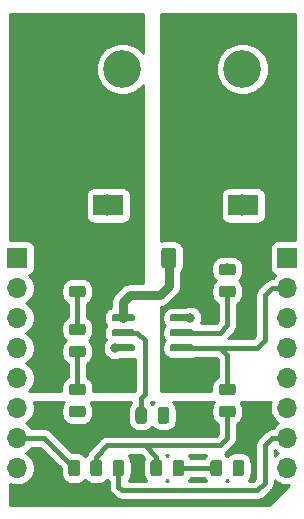
<source format=gbr>
G04 #@! TF.GenerationSoftware,KiCad,Pcbnew,(5.1.5)-3*
G04 #@! TF.CreationDate,2020-05-07T13:41:12+02:00*
G04 #@! TF.ProjectId,TPS25921A_eFuse,54505332-3539-4323-9141-5f6546757365,rev?*
G04 #@! TF.SameCoordinates,Original*
G04 #@! TF.FileFunction,Copper,L1,Top*
G04 #@! TF.FilePolarity,Positive*
%FSLAX46Y46*%
G04 Gerber Fmt 4.6, Leading zero omitted, Abs format (unit mm)*
G04 Created by KiCad (PCBNEW (5.1.5)-3) date 2020-05-07 13:41:12*
%MOMM*%
%LPD*%
G04 APERTURE LIST*
%ADD10C,0.100000*%
%ADD11R,1.700000X1.700000*%
%ADD12O,1.700000X1.700000*%
%ADD13C,3.200000*%
%ADD14R,2.500000X1.800000*%
%ADD15C,0.800000*%
%ADD16C,0.381000*%
%ADD17C,0.762000*%
%ADD18C,0.254000*%
G04 APERTURE END LIST*
G04 #@! TA.AperFunction,SMDPad,CuDef*
D10*
G36*
X215230142Y-118046174D02*
G01*
X215253803Y-118049684D01*
X215277007Y-118055496D01*
X215299529Y-118063554D01*
X215321153Y-118073782D01*
X215341670Y-118086079D01*
X215360883Y-118100329D01*
X215378607Y-118116393D01*
X215394671Y-118134117D01*
X215408921Y-118153330D01*
X215421218Y-118173847D01*
X215431446Y-118195471D01*
X215439504Y-118217993D01*
X215445316Y-118241197D01*
X215448826Y-118264858D01*
X215450000Y-118288750D01*
X215450000Y-119201250D01*
X215448826Y-119225142D01*
X215445316Y-119248803D01*
X215439504Y-119272007D01*
X215431446Y-119294529D01*
X215421218Y-119316153D01*
X215408921Y-119336670D01*
X215394671Y-119355883D01*
X215378607Y-119373607D01*
X215360883Y-119389671D01*
X215341670Y-119403921D01*
X215321153Y-119416218D01*
X215299529Y-119426446D01*
X215277007Y-119434504D01*
X215253803Y-119440316D01*
X215230142Y-119443826D01*
X215206250Y-119445000D01*
X214718750Y-119445000D01*
X214694858Y-119443826D01*
X214671197Y-119440316D01*
X214647993Y-119434504D01*
X214625471Y-119426446D01*
X214603847Y-119416218D01*
X214583330Y-119403921D01*
X214564117Y-119389671D01*
X214546393Y-119373607D01*
X214530329Y-119355883D01*
X214516079Y-119336670D01*
X214503782Y-119316153D01*
X214493554Y-119294529D01*
X214485496Y-119272007D01*
X214479684Y-119248803D01*
X214476174Y-119225142D01*
X214475000Y-119201250D01*
X214475000Y-118288750D01*
X214476174Y-118264858D01*
X214479684Y-118241197D01*
X214485496Y-118217993D01*
X214493554Y-118195471D01*
X214503782Y-118173847D01*
X214516079Y-118153330D01*
X214530329Y-118134117D01*
X214546393Y-118116393D01*
X214564117Y-118100329D01*
X214583330Y-118086079D01*
X214603847Y-118073782D01*
X214625471Y-118063554D01*
X214647993Y-118055496D01*
X214671197Y-118049684D01*
X214694858Y-118046174D01*
X214718750Y-118045000D01*
X215206250Y-118045000D01*
X215230142Y-118046174D01*
G37*
G04 #@! TD.AperFunction*
G04 #@! TA.AperFunction,SMDPad,CuDef*
G36*
X217105142Y-118046174D02*
G01*
X217128803Y-118049684D01*
X217152007Y-118055496D01*
X217174529Y-118063554D01*
X217196153Y-118073782D01*
X217216670Y-118086079D01*
X217235883Y-118100329D01*
X217253607Y-118116393D01*
X217269671Y-118134117D01*
X217283921Y-118153330D01*
X217296218Y-118173847D01*
X217306446Y-118195471D01*
X217314504Y-118217993D01*
X217320316Y-118241197D01*
X217323826Y-118264858D01*
X217325000Y-118288750D01*
X217325000Y-119201250D01*
X217323826Y-119225142D01*
X217320316Y-119248803D01*
X217314504Y-119272007D01*
X217306446Y-119294529D01*
X217296218Y-119316153D01*
X217283921Y-119336670D01*
X217269671Y-119355883D01*
X217253607Y-119373607D01*
X217235883Y-119389671D01*
X217216670Y-119403921D01*
X217196153Y-119416218D01*
X217174529Y-119426446D01*
X217152007Y-119434504D01*
X217128803Y-119440316D01*
X217105142Y-119443826D01*
X217081250Y-119445000D01*
X216593750Y-119445000D01*
X216569858Y-119443826D01*
X216546197Y-119440316D01*
X216522993Y-119434504D01*
X216500471Y-119426446D01*
X216478847Y-119416218D01*
X216458330Y-119403921D01*
X216439117Y-119389671D01*
X216421393Y-119373607D01*
X216405329Y-119355883D01*
X216391079Y-119336670D01*
X216378782Y-119316153D01*
X216368554Y-119294529D01*
X216360496Y-119272007D01*
X216354684Y-119248803D01*
X216351174Y-119225142D01*
X216350000Y-119201250D01*
X216350000Y-118288750D01*
X216351174Y-118264858D01*
X216354684Y-118241197D01*
X216360496Y-118217993D01*
X216368554Y-118195471D01*
X216378782Y-118173847D01*
X216391079Y-118153330D01*
X216405329Y-118134117D01*
X216421393Y-118116393D01*
X216439117Y-118100329D01*
X216458330Y-118086079D01*
X216478847Y-118073782D01*
X216500471Y-118063554D01*
X216522993Y-118055496D01*
X216546197Y-118049684D01*
X216569858Y-118046174D01*
X216593750Y-118045000D01*
X217081250Y-118045000D01*
X217105142Y-118046174D01*
G37*
G04 #@! TD.AperFunction*
G04 #@! TA.AperFunction,SMDPad,CuDef*
G36*
X223455142Y-122491174D02*
G01*
X223478803Y-122494684D01*
X223502007Y-122500496D01*
X223524529Y-122508554D01*
X223546153Y-122518782D01*
X223566670Y-122531079D01*
X223585883Y-122545329D01*
X223603607Y-122561393D01*
X223619671Y-122579117D01*
X223633921Y-122598330D01*
X223646218Y-122618847D01*
X223656446Y-122640471D01*
X223664504Y-122662993D01*
X223670316Y-122686197D01*
X223673826Y-122709858D01*
X223675000Y-122733750D01*
X223675000Y-123646250D01*
X223673826Y-123670142D01*
X223670316Y-123693803D01*
X223664504Y-123717007D01*
X223656446Y-123739529D01*
X223646218Y-123761153D01*
X223633921Y-123781670D01*
X223619671Y-123800883D01*
X223603607Y-123818607D01*
X223585883Y-123834671D01*
X223566670Y-123848921D01*
X223546153Y-123861218D01*
X223524529Y-123871446D01*
X223502007Y-123879504D01*
X223478803Y-123885316D01*
X223455142Y-123888826D01*
X223431250Y-123890000D01*
X222943750Y-123890000D01*
X222919858Y-123888826D01*
X222896197Y-123885316D01*
X222872993Y-123879504D01*
X222850471Y-123871446D01*
X222828847Y-123861218D01*
X222808330Y-123848921D01*
X222789117Y-123834671D01*
X222771393Y-123818607D01*
X222755329Y-123800883D01*
X222741079Y-123781670D01*
X222728782Y-123761153D01*
X222718554Y-123739529D01*
X222710496Y-123717007D01*
X222704684Y-123693803D01*
X222701174Y-123670142D01*
X222700000Y-123646250D01*
X222700000Y-122733750D01*
X222701174Y-122709858D01*
X222704684Y-122686197D01*
X222710496Y-122662993D01*
X222718554Y-122640471D01*
X222728782Y-122618847D01*
X222741079Y-122598330D01*
X222755329Y-122579117D01*
X222771393Y-122561393D01*
X222789117Y-122545329D01*
X222808330Y-122531079D01*
X222828847Y-122518782D01*
X222850471Y-122508554D01*
X222872993Y-122500496D01*
X222896197Y-122494684D01*
X222919858Y-122491174D01*
X222943750Y-122490000D01*
X223431250Y-122490000D01*
X223455142Y-122491174D01*
G37*
G04 #@! TD.AperFunction*
G04 #@! TA.AperFunction,SMDPad,CuDef*
G36*
X221580142Y-122491174D02*
G01*
X221603803Y-122494684D01*
X221627007Y-122500496D01*
X221649529Y-122508554D01*
X221671153Y-122518782D01*
X221691670Y-122531079D01*
X221710883Y-122545329D01*
X221728607Y-122561393D01*
X221744671Y-122579117D01*
X221758921Y-122598330D01*
X221771218Y-122618847D01*
X221781446Y-122640471D01*
X221789504Y-122662993D01*
X221795316Y-122686197D01*
X221798826Y-122709858D01*
X221800000Y-122733750D01*
X221800000Y-123646250D01*
X221798826Y-123670142D01*
X221795316Y-123693803D01*
X221789504Y-123717007D01*
X221781446Y-123739529D01*
X221771218Y-123761153D01*
X221758921Y-123781670D01*
X221744671Y-123800883D01*
X221728607Y-123818607D01*
X221710883Y-123834671D01*
X221691670Y-123848921D01*
X221671153Y-123861218D01*
X221649529Y-123871446D01*
X221627007Y-123879504D01*
X221603803Y-123885316D01*
X221580142Y-123888826D01*
X221556250Y-123890000D01*
X221068750Y-123890000D01*
X221044858Y-123888826D01*
X221021197Y-123885316D01*
X220997993Y-123879504D01*
X220975471Y-123871446D01*
X220953847Y-123861218D01*
X220933330Y-123848921D01*
X220914117Y-123834671D01*
X220896393Y-123818607D01*
X220880329Y-123800883D01*
X220866079Y-123781670D01*
X220853782Y-123761153D01*
X220843554Y-123739529D01*
X220835496Y-123717007D01*
X220829684Y-123693803D01*
X220826174Y-123670142D01*
X220825000Y-123646250D01*
X220825000Y-122733750D01*
X220826174Y-122709858D01*
X220829684Y-122686197D01*
X220835496Y-122662993D01*
X220843554Y-122640471D01*
X220853782Y-122618847D01*
X220866079Y-122598330D01*
X220880329Y-122579117D01*
X220896393Y-122561393D01*
X220914117Y-122545329D01*
X220933330Y-122531079D01*
X220953847Y-122518782D01*
X220975471Y-122508554D01*
X220997993Y-122500496D01*
X221021197Y-122494684D01*
X221044858Y-122491174D01*
X221068750Y-122490000D01*
X221556250Y-122490000D01*
X221580142Y-122491174D01*
G37*
G04 #@! TD.AperFunction*
D11*
X204470000Y-105410000D03*
D12*
X204470000Y-107950000D03*
X204470000Y-110490000D03*
X204470000Y-113030000D03*
X204470000Y-115570000D03*
X204470000Y-118110000D03*
X204470000Y-120650000D03*
X204470000Y-123190000D03*
D13*
X218440000Y-89408000D03*
X223520000Y-89408000D03*
X213360000Y-89408000D03*
X208280000Y-89408000D03*
D12*
X227330000Y-123190000D03*
X227330000Y-120650000D03*
X227330000Y-118110000D03*
X227330000Y-115570000D03*
X227330000Y-113030000D03*
X227330000Y-110490000D03*
X227330000Y-107950000D03*
D11*
X227330000Y-105410000D03*
G04 #@! TA.AperFunction,SMDPad,CuDef*
D10*
G36*
X209553242Y-122491174D02*
G01*
X209576903Y-122494684D01*
X209600107Y-122500496D01*
X209622629Y-122508554D01*
X209644253Y-122518782D01*
X209664770Y-122531079D01*
X209683983Y-122545329D01*
X209701707Y-122561393D01*
X209717771Y-122579117D01*
X209732021Y-122598330D01*
X209744318Y-122618847D01*
X209754546Y-122640471D01*
X209762604Y-122662993D01*
X209768416Y-122686197D01*
X209771926Y-122709858D01*
X209773100Y-122733750D01*
X209773100Y-123646250D01*
X209771926Y-123670142D01*
X209768416Y-123693803D01*
X209762604Y-123717007D01*
X209754546Y-123739529D01*
X209744318Y-123761153D01*
X209732021Y-123781670D01*
X209717771Y-123800883D01*
X209701707Y-123818607D01*
X209683983Y-123834671D01*
X209664770Y-123848921D01*
X209644253Y-123861218D01*
X209622629Y-123871446D01*
X209600107Y-123879504D01*
X209576903Y-123885316D01*
X209553242Y-123888826D01*
X209529350Y-123890000D01*
X209041850Y-123890000D01*
X209017958Y-123888826D01*
X208994297Y-123885316D01*
X208971093Y-123879504D01*
X208948571Y-123871446D01*
X208926947Y-123861218D01*
X208906430Y-123848921D01*
X208887217Y-123834671D01*
X208869493Y-123818607D01*
X208853429Y-123800883D01*
X208839179Y-123781670D01*
X208826882Y-123761153D01*
X208816654Y-123739529D01*
X208808596Y-123717007D01*
X208802784Y-123693803D01*
X208799274Y-123670142D01*
X208798100Y-123646250D01*
X208798100Y-122733750D01*
X208799274Y-122709858D01*
X208802784Y-122686197D01*
X208808596Y-122662993D01*
X208816654Y-122640471D01*
X208826882Y-122618847D01*
X208839179Y-122598330D01*
X208853429Y-122579117D01*
X208869493Y-122561393D01*
X208887217Y-122545329D01*
X208906430Y-122531079D01*
X208926947Y-122518782D01*
X208948571Y-122508554D01*
X208971093Y-122500496D01*
X208994297Y-122494684D01*
X209017958Y-122491174D01*
X209041850Y-122490000D01*
X209529350Y-122490000D01*
X209553242Y-122491174D01*
G37*
G04 #@! TD.AperFunction*
G04 #@! TA.AperFunction,SMDPad,CuDef*
G36*
X213295142Y-122491174D02*
G01*
X213318803Y-122494684D01*
X213342007Y-122500496D01*
X213364529Y-122508554D01*
X213386153Y-122518782D01*
X213406670Y-122531079D01*
X213425883Y-122545329D01*
X213443607Y-122561393D01*
X213459671Y-122579117D01*
X213473921Y-122598330D01*
X213486218Y-122618847D01*
X213496446Y-122640471D01*
X213504504Y-122662993D01*
X213510316Y-122686197D01*
X213513826Y-122709858D01*
X213515000Y-122733750D01*
X213515000Y-123646250D01*
X213513826Y-123670142D01*
X213510316Y-123693803D01*
X213504504Y-123717007D01*
X213496446Y-123739529D01*
X213486218Y-123761153D01*
X213473921Y-123781670D01*
X213459671Y-123800883D01*
X213443607Y-123818607D01*
X213425883Y-123834671D01*
X213406670Y-123848921D01*
X213386153Y-123861218D01*
X213364529Y-123871446D01*
X213342007Y-123879504D01*
X213318803Y-123885316D01*
X213295142Y-123888826D01*
X213271250Y-123890000D01*
X212783750Y-123890000D01*
X212759858Y-123888826D01*
X212736197Y-123885316D01*
X212712993Y-123879504D01*
X212690471Y-123871446D01*
X212668847Y-123861218D01*
X212648330Y-123848921D01*
X212629117Y-123834671D01*
X212611393Y-123818607D01*
X212595329Y-123800883D01*
X212581079Y-123781670D01*
X212568782Y-123761153D01*
X212558554Y-123739529D01*
X212550496Y-123717007D01*
X212544684Y-123693803D01*
X212541174Y-123670142D01*
X212540000Y-123646250D01*
X212540000Y-122733750D01*
X212541174Y-122709858D01*
X212544684Y-122686197D01*
X212550496Y-122662993D01*
X212558554Y-122640471D01*
X212568782Y-122618847D01*
X212581079Y-122598330D01*
X212595329Y-122579117D01*
X212611393Y-122561393D01*
X212629117Y-122545329D01*
X212648330Y-122531079D01*
X212668847Y-122518782D01*
X212690471Y-122508554D01*
X212712993Y-122500496D01*
X212736197Y-122494684D01*
X212759858Y-122491174D01*
X212783750Y-122490000D01*
X213271250Y-122490000D01*
X213295142Y-122491174D01*
G37*
G04 #@! TD.AperFunction*
G04 #@! TA.AperFunction,SMDPad,CuDef*
G36*
X211420142Y-122491174D02*
G01*
X211443803Y-122494684D01*
X211467007Y-122500496D01*
X211489529Y-122508554D01*
X211511153Y-122518782D01*
X211531670Y-122531079D01*
X211550883Y-122545329D01*
X211568607Y-122561393D01*
X211584671Y-122579117D01*
X211598921Y-122598330D01*
X211611218Y-122618847D01*
X211621446Y-122640471D01*
X211629504Y-122662993D01*
X211635316Y-122686197D01*
X211638826Y-122709858D01*
X211640000Y-122733750D01*
X211640000Y-123646250D01*
X211638826Y-123670142D01*
X211635316Y-123693803D01*
X211629504Y-123717007D01*
X211621446Y-123739529D01*
X211611218Y-123761153D01*
X211598921Y-123781670D01*
X211584671Y-123800883D01*
X211568607Y-123818607D01*
X211550883Y-123834671D01*
X211531670Y-123848921D01*
X211511153Y-123861218D01*
X211489529Y-123871446D01*
X211467007Y-123879504D01*
X211443803Y-123885316D01*
X211420142Y-123888826D01*
X211396250Y-123890000D01*
X210908750Y-123890000D01*
X210884858Y-123888826D01*
X210861197Y-123885316D01*
X210837993Y-123879504D01*
X210815471Y-123871446D01*
X210793847Y-123861218D01*
X210773330Y-123848921D01*
X210754117Y-123834671D01*
X210736393Y-123818607D01*
X210720329Y-123800883D01*
X210706079Y-123781670D01*
X210693782Y-123761153D01*
X210683554Y-123739529D01*
X210675496Y-123717007D01*
X210669684Y-123693803D01*
X210666174Y-123670142D01*
X210665000Y-123646250D01*
X210665000Y-122733750D01*
X210666174Y-122709858D01*
X210669684Y-122686197D01*
X210675496Y-122662993D01*
X210683554Y-122640471D01*
X210693782Y-122618847D01*
X210706079Y-122598330D01*
X210720329Y-122579117D01*
X210736393Y-122561393D01*
X210754117Y-122545329D01*
X210773330Y-122531079D01*
X210793847Y-122518782D01*
X210815471Y-122508554D01*
X210837993Y-122500496D01*
X210861197Y-122494684D01*
X210884858Y-122491174D01*
X210908750Y-122490000D01*
X211396250Y-122490000D01*
X211420142Y-122491174D01*
G37*
G04 #@! TD.AperFunction*
G04 #@! TA.AperFunction,SMDPad,CuDef*
G36*
X216500142Y-122491174D02*
G01*
X216523803Y-122494684D01*
X216547007Y-122500496D01*
X216569529Y-122508554D01*
X216591153Y-122518782D01*
X216611670Y-122531079D01*
X216630883Y-122545329D01*
X216648607Y-122561393D01*
X216664671Y-122579117D01*
X216678921Y-122598330D01*
X216691218Y-122618847D01*
X216701446Y-122640471D01*
X216709504Y-122662993D01*
X216715316Y-122686197D01*
X216718826Y-122709858D01*
X216720000Y-122733750D01*
X216720000Y-123646250D01*
X216718826Y-123670142D01*
X216715316Y-123693803D01*
X216709504Y-123717007D01*
X216701446Y-123739529D01*
X216691218Y-123761153D01*
X216678921Y-123781670D01*
X216664671Y-123800883D01*
X216648607Y-123818607D01*
X216630883Y-123834671D01*
X216611670Y-123848921D01*
X216591153Y-123861218D01*
X216569529Y-123871446D01*
X216547007Y-123879504D01*
X216523803Y-123885316D01*
X216500142Y-123888826D01*
X216476250Y-123890000D01*
X215988750Y-123890000D01*
X215964858Y-123888826D01*
X215941197Y-123885316D01*
X215917993Y-123879504D01*
X215895471Y-123871446D01*
X215873847Y-123861218D01*
X215853330Y-123848921D01*
X215834117Y-123834671D01*
X215816393Y-123818607D01*
X215800329Y-123800883D01*
X215786079Y-123781670D01*
X215773782Y-123761153D01*
X215763554Y-123739529D01*
X215755496Y-123717007D01*
X215749684Y-123693803D01*
X215746174Y-123670142D01*
X215745000Y-123646250D01*
X215745000Y-122733750D01*
X215746174Y-122709858D01*
X215749684Y-122686197D01*
X215755496Y-122662993D01*
X215763554Y-122640471D01*
X215773782Y-122618847D01*
X215786079Y-122598330D01*
X215800329Y-122579117D01*
X215816393Y-122561393D01*
X215834117Y-122545329D01*
X215853330Y-122531079D01*
X215873847Y-122518782D01*
X215895471Y-122508554D01*
X215917993Y-122500496D01*
X215941197Y-122494684D01*
X215964858Y-122491174D01*
X215988750Y-122490000D01*
X216476250Y-122490000D01*
X216500142Y-122491174D01*
G37*
G04 #@! TD.AperFunction*
G04 #@! TA.AperFunction,SMDPad,CuDef*
G36*
X218375142Y-122491174D02*
G01*
X218398803Y-122494684D01*
X218422007Y-122500496D01*
X218444529Y-122508554D01*
X218466153Y-122518782D01*
X218486670Y-122531079D01*
X218505883Y-122545329D01*
X218523607Y-122561393D01*
X218539671Y-122579117D01*
X218553921Y-122598330D01*
X218566218Y-122618847D01*
X218576446Y-122640471D01*
X218584504Y-122662993D01*
X218590316Y-122686197D01*
X218593826Y-122709858D01*
X218595000Y-122733750D01*
X218595000Y-123646250D01*
X218593826Y-123670142D01*
X218590316Y-123693803D01*
X218584504Y-123717007D01*
X218576446Y-123739529D01*
X218566218Y-123761153D01*
X218553921Y-123781670D01*
X218539671Y-123800883D01*
X218523607Y-123818607D01*
X218505883Y-123834671D01*
X218486670Y-123848921D01*
X218466153Y-123861218D01*
X218444529Y-123871446D01*
X218422007Y-123879504D01*
X218398803Y-123885316D01*
X218375142Y-123888826D01*
X218351250Y-123890000D01*
X217863750Y-123890000D01*
X217839858Y-123888826D01*
X217816197Y-123885316D01*
X217792993Y-123879504D01*
X217770471Y-123871446D01*
X217748847Y-123861218D01*
X217728330Y-123848921D01*
X217709117Y-123834671D01*
X217691393Y-123818607D01*
X217675329Y-123800883D01*
X217661079Y-123781670D01*
X217648782Y-123761153D01*
X217638554Y-123739529D01*
X217630496Y-123717007D01*
X217624684Y-123693803D01*
X217621174Y-123670142D01*
X217620000Y-123646250D01*
X217620000Y-122733750D01*
X217621174Y-122709858D01*
X217624684Y-122686197D01*
X217630496Y-122662993D01*
X217638554Y-122640471D01*
X217648782Y-122618847D01*
X217661079Y-122598330D01*
X217675329Y-122579117D01*
X217691393Y-122561393D01*
X217709117Y-122545329D01*
X217728330Y-122531079D01*
X217748847Y-122518782D01*
X217770471Y-122508554D01*
X217792993Y-122500496D01*
X217816197Y-122494684D01*
X217839858Y-122491174D01*
X217863750Y-122490000D01*
X218351250Y-122490000D01*
X218375142Y-122491174D01*
G37*
G04 #@! TD.AperFunction*
G04 #@! TA.AperFunction,SMDPad,CuDef*
G36*
X210030142Y-107766174D02*
G01*
X210053803Y-107769684D01*
X210077007Y-107775496D01*
X210099529Y-107783554D01*
X210121153Y-107793782D01*
X210141670Y-107806079D01*
X210160883Y-107820329D01*
X210178607Y-107836393D01*
X210194671Y-107854117D01*
X210208921Y-107873330D01*
X210221218Y-107893847D01*
X210231446Y-107915471D01*
X210239504Y-107937993D01*
X210245316Y-107961197D01*
X210248826Y-107984858D01*
X210250000Y-108008750D01*
X210250000Y-108496250D01*
X210248826Y-108520142D01*
X210245316Y-108543803D01*
X210239504Y-108567007D01*
X210231446Y-108589529D01*
X210221218Y-108611153D01*
X210208921Y-108631670D01*
X210194671Y-108650883D01*
X210178607Y-108668607D01*
X210160883Y-108684671D01*
X210141670Y-108698921D01*
X210121153Y-108711218D01*
X210099529Y-108721446D01*
X210077007Y-108729504D01*
X210053803Y-108735316D01*
X210030142Y-108738826D01*
X210006250Y-108740000D01*
X209093750Y-108740000D01*
X209069858Y-108738826D01*
X209046197Y-108735316D01*
X209022993Y-108729504D01*
X209000471Y-108721446D01*
X208978847Y-108711218D01*
X208958330Y-108698921D01*
X208939117Y-108684671D01*
X208921393Y-108668607D01*
X208905329Y-108650883D01*
X208891079Y-108631670D01*
X208878782Y-108611153D01*
X208868554Y-108589529D01*
X208860496Y-108567007D01*
X208854684Y-108543803D01*
X208851174Y-108520142D01*
X208850000Y-108496250D01*
X208850000Y-108008750D01*
X208851174Y-107984858D01*
X208854684Y-107961197D01*
X208860496Y-107937993D01*
X208868554Y-107915471D01*
X208878782Y-107893847D01*
X208891079Y-107873330D01*
X208905329Y-107854117D01*
X208921393Y-107836393D01*
X208939117Y-107820329D01*
X208958330Y-107806079D01*
X208978847Y-107793782D01*
X209000471Y-107783554D01*
X209022993Y-107775496D01*
X209046197Y-107769684D01*
X209069858Y-107766174D01*
X209093750Y-107765000D01*
X210006250Y-107765000D01*
X210030142Y-107766174D01*
G37*
G04 #@! TD.AperFunction*
G04 #@! TA.AperFunction,SMDPad,CuDef*
G36*
X210030142Y-105891174D02*
G01*
X210053803Y-105894684D01*
X210077007Y-105900496D01*
X210099529Y-105908554D01*
X210121153Y-105918782D01*
X210141670Y-105931079D01*
X210160883Y-105945329D01*
X210178607Y-105961393D01*
X210194671Y-105979117D01*
X210208921Y-105998330D01*
X210221218Y-106018847D01*
X210231446Y-106040471D01*
X210239504Y-106062993D01*
X210245316Y-106086197D01*
X210248826Y-106109858D01*
X210250000Y-106133750D01*
X210250000Y-106621250D01*
X210248826Y-106645142D01*
X210245316Y-106668803D01*
X210239504Y-106692007D01*
X210231446Y-106714529D01*
X210221218Y-106736153D01*
X210208921Y-106756670D01*
X210194671Y-106775883D01*
X210178607Y-106793607D01*
X210160883Y-106809671D01*
X210141670Y-106823921D01*
X210121153Y-106836218D01*
X210099529Y-106846446D01*
X210077007Y-106854504D01*
X210053803Y-106860316D01*
X210030142Y-106863826D01*
X210006250Y-106865000D01*
X209093750Y-106865000D01*
X209069858Y-106863826D01*
X209046197Y-106860316D01*
X209022993Y-106854504D01*
X209000471Y-106846446D01*
X208978847Y-106836218D01*
X208958330Y-106823921D01*
X208939117Y-106809671D01*
X208921393Y-106793607D01*
X208905329Y-106775883D01*
X208891079Y-106756670D01*
X208878782Y-106736153D01*
X208868554Y-106714529D01*
X208860496Y-106692007D01*
X208854684Y-106668803D01*
X208851174Y-106645142D01*
X208850000Y-106621250D01*
X208850000Y-106133750D01*
X208851174Y-106109858D01*
X208854684Y-106086197D01*
X208860496Y-106062993D01*
X208868554Y-106040471D01*
X208878782Y-106018847D01*
X208891079Y-105998330D01*
X208905329Y-105979117D01*
X208921393Y-105961393D01*
X208939117Y-105945329D01*
X208958330Y-105931079D01*
X208978847Y-105918782D01*
X209000471Y-105908554D01*
X209022993Y-105900496D01*
X209046197Y-105894684D01*
X209069858Y-105891174D01*
X209093750Y-105890000D01*
X210006250Y-105890000D01*
X210030142Y-105891174D01*
G37*
G04 #@! TD.AperFunction*
G04 #@! TA.AperFunction,SMDPad,CuDef*
G36*
X210030142Y-110971174D02*
G01*
X210053803Y-110974684D01*
X210077007Y-110980496D01*
X210099529Y-110988554D01*
X210121153Y-110998782D01*
X210141670Y-111011079D01*
X210160883Y-111025329D01*
X210178607Y-111041393D01*
X210194671Y-111059117D01*
X210208921Y-111078330D01*
X210221218Y-111098847D01*
X210231446Y-111120471D01*
X210239504Y-111142993D01*
X210245316Y-111166197D01*
X210248826Y-111189858D01*
X210250000Y-111213750D01*
X210250000Y-111701250D01*
X210248826Y-111725142D01*
X210245316Y-111748803D01*
X210239504Y-111772007D01*
X210231446Y-111794529D01*
X210221218Y-111816153D01*
X210208921Y-111836670D01*
X210194671Y-111855883D01*
X210178607Y-111873607D01*
X210160883Y-111889671D01*
X210141670Y-111903921D01*
X210121153Y-111916218D01*
X210099529Y-111926446D01*
X210077007Y-111934504D01*
X210053803Y-111940316D01*
X210030142Y-111943826D01*
X210006250Y-111945000D01*
X209093750Y-111945000D01*
X209069858Y-111943826D01*
X209046197Y-111940316D01*
X209022993Y-111934504D01*
X209000471Y-111926446D01*
X208978847Y-111916218D01*
X208958330Y-111903921D01*
X208939117Y-111889671D01*
X208921393Y-111873607D01*
X208905329Y-111855883D01*
X208891079Y-111836670D01*
X208878782Y-111816153D01*
X208868554Y-111794529D01*
X208860496Y-111772007D01*
X208854684Y-111748803D01*
X208851174Y-111725142D01*
X208850000Y-111701250D01*
X208850000Y-111213750D01*
X208851174Y-111189858D01*
X208854684Y-111166197D01*
X208860496Y-111142993D01*
X208868554Y-111120471D01*
X208878782Y-111098847D01*
X208891079Y-111078330D01*
X208905329Y-111059117D01*
X208921393Y-111041393D01*
X208939117Y-111025329D01*
X208958330Y-111011079D01*
X208978847Y-110998782D01*
X209000471Y-110988554D01*
X209022993Y-110980496D01*
X209046197Y-110974684D01*
X209069858Y-110971174D01*
X209093750Y-110970000D01*
X210006250Y-110970000D01*
X210030142Y-110971174D01*
G37*
G04 #@! TD.AperFunction*
G04 #@! TA.AperFunction,SMDPad,CuDef*
G36*
X210030142Y-112846174D02*
G01*
X210053803Y-112849684D01*
X210077007Y-112855496D01*
X210099529Y-112863554D01*
X210121153Y-112873782D01*
X210141670Y-112886079D01*
X210160883Y-112900329D01*
X210178607Y-112916393D01*
X210194671Y-112934117D01*
X210208921Y-112953330D01*
X210221218Y-112973847D01*
X210231446Y-112995471D01*
X210239504Y-113017993D01*
X210245316Y-113041197D01*
X210248826Y-113064858D01*
X210250000Y-113088750D01*
X210250000Y-113576250D01*
X210248826Y-113600142D01*
X210245316Y-113623803D01*
X210239504Y-113647007D01*
X210231446Y-113669529D01*
X210221218Y-113691153D01*
X210208921Y-113711670D01*
X210194671Y-113730883D01*
X210178607Y-113748607D01*
X210160883Y-113764671D01*
X210141670Y-113778921D01*
X210121153Y-113791218D01*
X210099529Y-113801446D01*
X210077007Y-113809504D01*
X210053803Y-113815316D01*
X210030142Y-113818826D01*
X210006250Y-113820000D01*
X209093750Y-113820000D01*
X209069858Y-113818826D01*
X209046197Y-113815316D01*
X209022993Y-113809504D01*
X209000471Y-113801446D01*
X208978847Y-113791218D01*
X208958330Y-113778921D01*
X208939117Y-113764671D01*
X208921393Y-113748607D01*
X208905329Y-113730883D01*
X208891079Y-113711670D01*
X208878782Y-113691153D01*
X208868554Y-113669529D01*
X208860496Y-113647007D01*
X208854684Y-113623803D01*
X208851174Y-113600142D01*
X208850000Y-113576250D01*
X208850000Y-113088750D01*
X208851174Y-113064858D01*
X208854684Y-113041197D01*
X208860496Y-113017993D01*
X208868554Y-112995471D01*
X208878782Y-112973847D01*
X208891079Y-112953330D01*
X208905329Y-112934117D01*
X208921393Y-112916393D01*
X208939117Y-112900329D01*
X208958330Y-112886079D01*
X208978847Y-112873782D01*
X209000471Y-112863554D01*
X209022993Y-112855496D01*
X209046197Y-112849684D01*
X209069858Y-112846174D01*
X209093750Y-112845000D01*
X210006250Y-112845000D01*
X210030142Y-112846174D01*
G37*
G04 #@! TD.AperFunction*
G04 #@! TA.AperFunction,SMDPad,CuDef*
G36*
X210030142Y-117926174D02*
G01*
X210053803Y-117929684D01*
X210077007Y-117935496D01*
X210099529Y-117943554D01*
X210121153Y-117953782D01*
X210141670Y-117966079D01*
X210160883Y-117980329D01*
X210178607Y-117996393D01*
X210194671Y-118014117D01*
X210208921Y-118033330D01*
X210221218Y-118053847D01*
X210231446Y-118075471D01*
X210239504Y-118097993D01*
X210245316Y-118121197D01*
X210248826Y-118144858D01*
X210250000Y-118168750D01*
X210250000Y-118656250D01*
X210248826Y-118680142D01*
X210245316Y-118703803D01*
X210239504Y-118727007D01*
X210231446Y-118749529D01*
X210221218Y-118771153D01*
X210208921Y-118791670D01*
X210194671Y-118810883D01*
X210178607Y-118828607D01*
X210160883Y-118844671D01*
X210141670Y-118858921D01*
X210121153Y-118871218D01*
X210099529Y-118881446D01*
X210077007Y-118889504D01*
X210053803Y-118895316D01*
X210030142Y-118898826D01*
X210006250Y-118900000D01*
X209093750Y-118900000D01*
X209069858Y-118898826D01*
X209046197Y-118895316D01*
X209022993Y-118889504D01*
X209000471Y-118881446D01*
X208978847Y-118871218D01*
X208958330Y-118858921D01*
X208939117Y-118844671D01*
X208921393Y-118828607D01*
X208905329Y-118810883D01*
X208891079Y-118791670D01*
X208878782Y-118771153D01*
X208868554Y-118749529D01*
X208860496Y-118727007D01*
X208854684Y-118703803D01*
X208851174Y-118680142D01*
X208850000Y-118656250D01*
X208850000Y-118168750D01*
X208851174Y-118144858D01*
X208854684Y-118121197D01*
X208860496Y-118097993D01*
X208868554Y-118075471D01*
X208878782Y-118053847D01*
X208891079Y-118033330D01*
X208905329Y-118014117D01*
X208921393Y-117996393D01*
X208939117Y-117980329D01*
X208958330Y-117966079D01*
X208978847Y-117953782D01*
X209000471Y-117943554D01*
X209022993Y-117935496D01*
X209046197Y-117929684D01*
X209069858Y-117926174D01*
X209093750Y-117925000D01*
X210006250Y-117925000D01*
X210030142Y-117926174D01*
G37*
G04 #@! TD.AperFunction*
G04 #@! TA.AperFunction,SMDPad,CuDef*
G36*
X210030142Y-116051174D02*
G01*
X210053803Y-116054684D01*
X210077007Y-116060496D01*
X210099529Y-116068554D01*
X210121153Y-116078782D01*
X210141670Y-116091079D01*
X210160883Y-116105329D01*
X210178607Y-116121393D01*
X210194671Y-116139117D01*
X210208921Y-116158330D01*
X210221218Y-116178847D01*
X210231446Y-116200471D01*
X210239504Y-116222993D01*
X210245316Y-116246197D01*
X210248826Y-116269858D01*
X210250000Y-116293750D01*
X210250000Y-116781250D01*
X210248826Y-116805142D01*
X210245316Y-116828803D01*
X210239504Y-116852007D01*
X210231446Y-116874529D01*
X210221218Y-116896153D01*
X210208921Y-116916670D01*
X210194671Y-116935883D01*
X210178607Y-116953607D01*
X210160883Y-116969671D01*
X210141670Y-116983921D01*
X210121153Y-116996218D01*
X210099529Y-117006446D01*
X210077007Y-117014504D01*
X210053803Y-117020316D01*
X210030142Y-117023826D01*
X210006250Y-117025000D01*
X209093750Y-117025000D01*
X209069858Y-117023826D01*
X209046197Y-117020316D01*
X209022993Y-117014504D01*
X209000471Y-117006446D01*
X208978847Y-116996218D01*
X208958330Y-116983921D01*
X208939117Y-116969671D01*
X208921393Y-116953607D01*
X208905329Y-116935883D01*
X208891079Y-116916670D01*
X208878782Y-116896153D01*
X208868554Y-116874529D01*
X208860496Y-116852007D01*
X208854684Y-116828803D01*
X208851174Y-116805142D01*
X208850000Y-116781250D01*
X208850000Y-116293750D01*
X208851174Y-116269858D01*
X208854684Y-116246197D01*
X208860496Y-116222993D01*
X208868554Y-116200471D01*
X208878782Y-116178847D01*
X208891079Y-116158330D01*
X208905329Y-116139117D01*
X208921393Y-116121393D01*
X208939117Y-116105329D01*
X208958330Y-116091079D01*
X208978847Y-116078782D01*
X209000471Y-116068554D01*
X209022993Y-116060496D01*
X209046197Y-116054684D01*
X209069858Y-116051174D01*
X209093750Y-116050000D01*
X210006250Y-116050000D01*
X210030142Y-116051174D01*
G37*
G04 #@! TD.AperFunction*
G04 #@! TA.AperFunction,SMDPad,CuDef*
G36*
X222730142Y-117926174D02*
G01*
X222753803Y-117929684D01*
X222777007Y-117935496D01*
X222799529Y-117943554D01*
X222821153Y-117953782D01*
X222841670Y-117966079D01*
X222860883Y-117980329D01*
X222878607Y-117996393D01*
X222894671Y-118014117D01*
X222908921Y-118033330D01*
X222921218Y-118053847D01*
X222931446Y-118075471D01*
X222939504Y-118097993D01*
X222945316Y-118121197D01*
X222948826Y-118144858D01*
X222950000Y-118168750D01*
X222950000Y-118656250D01*
X222948826Y-118680142D01*
X222945316Y-118703803D01*
X222939504Y-118727007D01*
X222931446Y-118749529D01*
X222921218Y-118771153D01*
X222908921Y-118791670D01*
X222894671Y-118810883D01*
X222878607Y-118828607D01*
X222860883Y-118844671D01*
X222841670Y-118858921D01*
X222821153Y-118871218D01*
X222799529Y-118881446D01*
X222777007Y-118889504D01*
X222753803Y-118895316D01*
X222730142Y-118898826D01*
X222706250Y-118900000D01*
X221793750Y-118900000D01*
X221769858Y-118898826D01*
X221746197Y-118895316D01*
X221722993Y-118889504D01*
X221700471Y-118881446D01*
X221678847Y-118871218D01*
X221658330Y-118858921D01*
X221639117Y-118844671D01*
X221621393Y-118828607D01*
X221605329Y-118810883D01*
X221591079Y-118791670D01*
X221578782Y-118771153D01*
X221568554Y-118749529D01*
X221560496Y-118727007D01*
X221554684Y-118703803D01*
X221551174Y-118680142D01*
X221550000Y-118656250D01*
X221550000Y-118168750D01*
X221551174Y-118144858D01*
X221554684Y-118121197D01*
X221560496Y-118097993D01*
X221568554Y-118075471D01*
X221578782Y-118053847D01*
X221591079Y-118033330D01*
X221605329Y-118014117D01*
X221621393Y-117996393D01*
X221639117Y-117980329D01*
X221658330Y-117966079D01*
X221678847Y-117953782D01*
X221700471Y-117943554D01*
X221722993Y-117935496D01*
X221746197Y-117929684D01*
X221769858Y-117926174D01*
X221793750Y-117925000D01*
X222706250Y-117925000D01*
X222730142Y-117926174D01*
G37*
G04 #@! TD.AperFunction*
G04 #@! TA.AperFunction,SMDPad,CuDef*
G36*
X222730142Y-116051174D02*
G01*
X222753803Y-116054684D01*
X222777007Y-116060496D01*
X222799529Y-116068554D01*
X222821153Y-116078782D01*
X222841670Y-116091079D01*
X222860883Y-116105329D01*
X222878607Y-116121393D01*
X222894671Y-116139117D01*
X222908921Y-116158330D01*
X222921218Y-116178847D01*
X222931446Y-116200471D01*
X222939504Y-116222993D01*
X222945316Y-116246197D01*
X222948826Y-116269858D01*
X222950000Y-116293750D01*
X222950000Y-116781250D01*
X222948826Y-116805142D01*
X222945316Y-116828803D01*
X222939504Y-116852007D01*
X222931446Y-116874529D01*
X222921218Y-116896153D01*
X222908921Y-116916670D01*
X222894671Y-116935883D01*
X222878607Y-116953607D01*
X222860883Y-116969671D01*
X222841670Y-116983921D01*
X222821153Y-116996218D01*
X222799529Y-117006446D01*
X222777007Y-117014504D01*
X222753803Y-117020316D01*
X222730142Y-117023826D01*
X222706250Y-117025000D01*
X221793750Y-117025000D01*
X221769858Y-117023826D01*
X221746197Y-117020316D01*
X221722993Y-117014504D01*
X221700471Y-117006446D01*
X221678847Y-116996218D01*
X221658330Y-116983921D01*
X221639117Y-116969671D01*
X221621393Y-116953607D01*
X221605329Y-116935883D01*
X221591079Y-116916670D01*
X221578782Y-116896153D01*
X221568554Y-116874529D01*
X221560496Y-116852007D01*
X221554684Y-116828803D01*
X221551174Y-116805142D01*
X221550000Y-116781250D01*
X221550000Y-116293750D01*
X221551174Y-116269858D01*
X221554684Y-116246197D01*
X221560496Y-116222993D01*
X221568554Y-116200471D01*
X221578782Y-116178847D01*
X221591079Y-116158330D01*
X221605329Y-116139117D01*
X221621393Y-116121393D01*
X221639117Y-116105329D01*
X221658330Y-116091079D01*
X221678847Y-116078782D01*
X221700471Y-116068554D01*
X221722993Y-116060496D01*
X221746197Y-116054684D01*
X221769858Y-116051174D01*
X221793750Y-116050000D01*
X222706250Y-116050000D01*
X222730142Y-116051174D01*
G37*
G04 #@! TD.AperFunction*
G04 #@! TA.AperFunction,SMDPad,CuDef*
G36*
X222730142Y-105891174D02*
G01*
X222753803Y-105894684D01*
X222777007Y-105900496D01*
X222799529Y-105908554D01*
X222821153Y-105918782D01*
X222841670Y-105931079D01*
X222860883Y-105945329D01*
X222878607Y-105961393D01*
X222894671Y-105979117D01*
X222908921Y-105998330D01*
X222921218Y-106018847D01*
X222931446Y-106040471D01*
X222939504Y-106062993D01*
X222945316Y-106086197D01*
X222948826Y-106109858D01*
X222950000Y-106133750D01*
X222950000Y-106621250D01*
X222948826Y-106645142D01*
X222945316Y-106668803D01*
X222939504Y-106692007D01*
X222931446Y-106714529D01*
X222921218Y-106736153D01*
X222908921Y-106756670D01*
X222894671Y-106775883D01*
X222878607Y-106793607D01*
X222860883Y-106809671D01*
X222841670Y-106823921D01*
X222821153Y-106836218D01*
X222799529Y-106846446D01*
X222777007Y-106854504D01*
X222753803Y-106860316D01*
X222730142Y-106863826D01*
X222706250Y-106865000D01*
X221793750Y-106865000D01*
X221769858Y-106863826D01*
X221746197Y-106860316D01*
X221722993Y-106854504D01*
X221700471Y-106846446D01*
X221678847Y-106836218D01*
X221658330Y-106823921D01*
X221639117Y-106809671D01*
X221621393Y-106793607D01*
X221605329Y-106775883D01*
X221591079Y-106756670D01*
X221578782Y-106736153D01*
X221568554Y-106714529D01*
X221560496Y-106692007D01*
X221554684Y-106668803D01*
X221551174Y-106645142D01*
X221550000Y-106621250D01*
X221550000Y-106133750D01*
X221551174Y-106109858D01*
X221554684Y-106086197D01*
X221560496Y-106062993D01*
X221568554Y-106040471D01*
X221578782Y-106018847D01*
X221591079Y-105998330D01*
X221605329Y-105979117D01*
X221621393Y-105961393D01*
X221639117Y-105945329D01*
X221658330Y-105931079D01*
X221678847Y-105918782D01*
X221700471Y-105908554D01*
X221722993Y-105900496D01*
X221746197Y-105894684D01*
X221769858Y-105891174D01*
X221793750Y-105890000D01*
X222706250Y-105890000D01*
X222730142Y-105891174D01*
G37*
G04 #@! TD.AperFunction*
G04 #@! TA.AperFunction,SMDPad,CuDef*
G36*
X222730142Y-107766174D02*
G01*
X222753803Y-107769684D01*
X222777007Y-107775496D01*
X222799529Y-107783554D01*
X222821153Y-107793782D01*
X222841670Y-107806079D01*
X222860883Y-107820329D01*
X222878607Y-107836393D01*
X222894671Y-107854117D01*
X222908921Y-107873330D01*
X222921218Y-107893847D01*
X222931446Y-107915471D01*
X222939504Y-107937993D01*
X222945316Y-107961197D01*
X222948826Y-107984858D01*
X222950000Y-108008750D01*
X222950000Y-108496250D01*
X222948826Y-108520142D01*
X222945316Y-108543803D01*
X222939504Y-108567007D01*
X222931446Y-108589529D01*
X222921218Y-108611153D01*
X222908921Y-108631670D01*
X222894671Y-108650883D01*
X222878607Y-108668607D01*
X222860883Y-108684671D01*
X222841670Y-108698921D01*
X222821153Y-108711218D01*
X222799529Y-108721446D01*
X222777007Y-108729504D01*
X222753803Y-108735316D01*
X222730142Y-108738826D01*
X222706250Y-108740000D01*
X221793750Y-108740000D01*
X221769858Y-108738826D01*
X221746197Y-108735316D01*
X221722993Y-108729504D01*
X221700471Y-108721446D01*
X221678847Y-108711218D01*
X221658330Y-108698921D01*
X221639117Y-108684671D01*
X221621393Y-108668607D01*
X221605329Y-108650883D01*
X221591079Y-108631670D01*
X221578782Y-108611153D01*
X221568554Y-108589529D01*
X221560496Y-108567007D01*
X221554684Y-108543803D01*
X221551174Y-108520142D01*
X221550000Y-108496250D01*
X221550000Y-108008750D01*
X221551174Y-107984858D01*
X221554684Y-107961197D01*
X221560496Y-107937993D01*
X221568554Y-107915471D01*
X221578782Y-107893847D01*
X221591079Y-107873330D01*
X221605329Y-107854117D01*
X221621393Y-107836393D01*
X221639117Y-107820329D01*
X221658330Y-107806079D01*
X221678847Y-107793782D01*
X221700471Y-107783554D01*
X221722993Y-107775496D01*
X221746197Y-107769684D01*
X221769858Y-107766174D01*
X221793750Y-107765000D01*
X222706250Y-107765000D01*
X222730142Y-107766174D01*
G37*
G04 #@! TD.AperFunction*
G04 #@! TA.AperFunction,SMDPad,CuDef*
G36*
X214264703Y-110190722D02*
G01*
X214279264Y-110192882D01*
X214293543Y-110196459D01*
X214307403Y-110201418D01*
X214320710Y-110207712D01*
X214333336Y-110215280D01*
X214345159Y-110224048D01*
X214356066Y-110233934D01*
X214365952Y-110244841D01*
X214374720Y-110256664D01*
X214382288Y-110269290D01*
X214388582Y-110282597D01*
X214393541Y-110296457D01*
X214397118Y-110310736D01*
X214399278Y-110325297D01*
X214400000Y-110340000D01*
X214400000Y-110640000D01*
X214399278Y-110654703D01*
X214397118Y-110669264D01*
X214393541Y-110683543D01*
X214388582Y-110697403D01*
X214382288Y-110710710D01*
X214374720Y-110723336D01*
X214365952Y-110735159D01*
X214356066Y-110746066D01*
X214345159Y-110755952D01*
X214333336Y-110764720D01*
X214320710Y-110772288D01*
X214307403Y-110778582D01*
X214293543Y-110783541D01*
X214279264Y-110787118D01*
X214264703Y-110789278D01*
X214250000Y-110790000D01*
X212600000Y-110790000D01*
X212585297Y-110789278D01*
X212570736Y-110787118D01*
X212556457Y-110783541D01*
X212542597Y-110778582D01*
X212529290Y-110772288D01*
X212516664Y-110764720D01*
X212504841Y-110755952D01*
X212493934Y-110746066D01*
X212484048Y-110735159D01*
X212475280Y-110723336D01*
X212467712Y-110710710D01*
X212461418Y-110697403D01*
X212456459Y-110683543D01*
X212452882Y-110669264D01*
X212450722Y-110654703D01*
X212450000Y-110640000D01*
X212450000Y-110340000D01*
X212450722Y-110325297D01*
X212452882Y-110310736D01*
X212456459Y-110296457D01*
X212461418Y-110282597D01*
X212467712Y-110269290D01*
X212475280Y-110256664D01*
X212484048Y-110244841D01*
X212493934Y-110233934D01*
X212504841Y-110224048D01*
X212516664Y-110215280D01*
X212529290Y-110207712D01*
X212542597Y-110201418D01*
X212556457Y-110196459D01*
X212570736Y-110192882D01*
X212585297Y-110190722D01*
X212600000Y-110190000D01*
X214250000Y-110190000D01*
X214264703Y-110190722D01*
G37*
G04 #@! TD.AperFunction*
G04 #@! TA.AperFunction,SMDPad,CuDef*
G36*
X214264703Y-111460722D02*
G01*
X214279264Y-111462882D01*
X214293543Y-111466459D01*
X214307403Y-111471418D01*
X214320710Y-111477712D01*
X214333336Y-111485280D01*
X214345159Y-111494048D01*
X214356066Y-111503934D01*
X214365952Y-111514841D01*
X214374720Y-111526664D01*
X214382288Y-111539290D01*
X214388582Y-111552597D01*
X214393541Y-111566457D01*
X214397118Y-111580736D01*
X214399278Y-111595297D01*
X214400000Y-111610000D01*
X214400000Y-111910000D01*
X214399278Y-111924703D01*
X214397118Y-111939264D01*
X214393541Y-111953543D01*
X214388582Y-111967403D01*
X214382288Y-111980710D01*
X214374720Y-111993336D01*
X214365952Y-112005159D01*
X214356066Y-112016066D01*
X214345159Y-112025952D01*
X214333336Y-112034720D01*
X214320710Y-112042288D01*
X214307403Y-112048582D01*
X214293543Y-112053541D01*
X214279264Y-112057118D01*
X214264703Y-112059278D01*
X214250000Y-112060000D01*
X212600000Y-112060000D01*
X212585297Y-112059278D01*
X212570736Y-112057118D01*
X212556457Y-112053541D01*
X212542597Y-112048582D01*
X212529290Y-112042288D01*
X212516664Y-112034720D01*
X212504841Y-112025952D01*
X212493934Y-112016066D01*
X212484048Y-112005159D01*
X212475280Y-111993336D01*
X212467712Y-111980710D01*
X212461418Y-111967403D01*
X212456459Y-111953543D01*
X212452882Y-111939264D01*
X212450722Y-111924703D01*
X212450000Y-111910000D01*
X212450000Y-111610000D01*
X212450722Y-111595297D01*
X212452882Y-111580736D01*
X212456459Y-111566457D01*
X212461418Y-111552597D01*
X212467712Y-111539290D01*
X212475280Y-111526664D01*
X212484048Y-111514841D01*
X212493934Y-111503934D01*
X212504841Y-111494048D01*
X212516664Y-111485280D01*
X212529290Y-111477712D01*
X212542597Y-111471418D01*
X212556457Y-111466459D01*
X212570736Y-111462882D01*
X212585297Y-111460722D01*
X212600000Y-111460000D01*
X214250000Y-111460000D01*
X214264703Y-111460722D01*
G37*
G04 #@! TD.AperFunction*
G04 #@! TA.AperFunction,SMDPad,CuDef*
G36*
X214264703Y-112730722D02*
G01*
X214279264Y-112732882D01*
X214293543Y-112736459D01*
X214307403Y-112741418D01*
X214320710Y-112747712D01*
X214333336Y-112755280D01*
X214345159Y-112764048D01*
X214356066Y-112773934D01*
X214365952Y-112784841D01*
X214374720Y-112796664D01*
X214382288Y-112809290D01*
X214388582Y-112822597D01*
X214393541Y-112836457D01*
X214397118Y-112850736D01*
X214399278Y-112865297D01*
X214400000Y-112880000D01*
X214400000Y-113180000D01*
X214399278Y-113194703D01*
X214397118Y-113209264D01*
X214393541Y-113223543D01*
X214388582Y-113237403D01*
X214382288Y-113250710D01*
X214374720Y-113263336D01*
X214365952Y-113275159D01*
X214356066Y-113286066D01*
X214345159Y-113295952D01*
X214333336Y-113304720D01*
X214320710Y-113312288D01*
X214307403Y-113318582D01*
X214293543Y-113323541D01*
X214279264Y-113327118D01*
X214264703Y-113329278D01*
X214250000Y-113330000D01*
X212600000Y-113330000D01*
X212585297Y-113329278D01*
X212570736Y-113327118D01*
X212556457Y-113323541D01*
X212542597Y-113318582D01*
X212529290Y-113312288D01*
X212516664Y-113304720D01*
X212504841Y-113295952D01*
X212493934Y-113286066D01*
X212484048Y-113275159D01*
X212475280Y-113263336D01*
X212467712Y-113250710D01*
X212461418Y-113237403D01*
X212456459Y-113223543D01*
X212452882Y-113209264D01*
X212450722Y-113194703D01*
X212450000Y-113180000D01*
X212450000Y-112880000D01*
X212450722Y-112865297D01*
X212452882Y-112850736D01*
X212456459Y-112836457D01*
X212461418Y-112822597D01*
X212467712Y-112809290D01*
X212475280Y-112796664D01*
X212484048Y-112784841D01*
X212493934Y-112773934D01*
X212504841Y-112764048D01*
X212516664Y-112755280D01*
X212529290Y-112747712D01*
X212542597Y-112741418D01*
X212556457Y-112736459D01*
X212570736Y-112732882D01*
X212585297Y-112730722D01*
X212600000Y-112730000D01*
X214250000Y-112730000D01*
X214264703Y-112730722D01*
G37*
G04 #@! TD.AperFunction*
G04 #@! TA.AperFunction,SMDPad,CuDef*
G36*
X214264703Y-114000722D02*
G01*
X214279264Y-114002882D01*
X214293543Y-114006459D01*
X214307403Y-114011418D01*
X214320710Y-114017712D01*
X214333336Y-114025280D01*
X214345159Y-114034048D01*
X214356066Y-114043934D01*
X214365952Y-114054841D01*
X214374720Y-114066664D01*
X214382288Y-114079290D01*
X214388582Y-114092597D01*
X214393541Y-114106457D01*
X214397118Y-114120736D01*
X214399278Y-114135297D01*
X214400000Y-114150000D01*
X214400000Y-114450000D01*
X214399278Y-114464703D01*
X214397118Y-114479264D01*
X214393541Y-114493543D01*
X214388582Y-114507403D01*
X214382288Y-114520710D01*
X214374720Y-114533336D01*
X214365952Y-114545159D01*
X214356066Y-114556066D01*
X214345159Y-114565952D01*
X214333336Y-114574720D01*
X214320710Y-114582288D01*
X214307403Y-114588582D01*
X214293543Y-114593541D01*
X214279264Y-114597118D01*
X214264703Y-114599278D01*
X214250000Y-114600000D01*
X212600000Y-114600000D01*
X212585297Y-114599278D01*
X212570736Y-114597118D01*
X212556457Y-114593541D01*
X212542597Y-114588582D01*
X212529290Y-114582288D01*
X212516664Y-114574720D01*
X212504841Y-114565952D01*
X212493934Y-114556066D01*
X212484048Y-114545159D01*
X212475280Y-114533336D01*
X212467712Y-114520710D01*
X212461418Y-114507403D01*
X212456459Y-114493543D01*
X212452882Y-114479264D01*
X212450722Y-114464703D01*
X212450000Y-114450000D01*
X212450000Y-114150000D01*
X212450722Y-114135297D01*
X212452882Y-114120736D01*
X212456459Y-114106457D01*
X212461418Y-114092597D01*
X212467712Y-114079290D01*
X212475280Y-114066664D01*
X212484048Y-114054841D01*
X212493934Y-114043934D01*
X212504841Y-114034048D01*
X212516664Y-114025280D01*
X212529290Y-114017712D01*
X212542597Y-114011418D01*
X212556457Y-114006459D01*
X212570736Y-114002882D01*
X212585297Y-114000722D01*
X212600000Y-114000000D01*
X214250000Y-114000000D01*
X214264703Y-114000722D01*
G37*
G04 #@! TD.AperFunction*
G04 #@! TA.AperFunction,SMDPad,CuDef*
G36*
X219214703Y-114000722D02*
G01*
X219229264Y-114002882D01*
X219243543Y-114006459D01*
X219257403Y-114011418D01*
X219270710Y-114017712D01*
X219283336Y-114025280D01*
X219295159Y-114034048D01*
X219306066Y-114043934D01*
X219315952Y-114054841D01*
X219324720Y-114066664D01*
X219332288Y-114079290D01*
X219338582Y-114092597D01*
X219343541Y-114106457D01*
X219347118Y-114120736D01*
X219349278Y-114135297D01*
X219350000Y-114150000D01*
X219350000Y-114450000D01*
X219349278Y-114464703D01*
X219347118Y-114479264D01*
X219343541Y-114493543D01*
X219338582Y-114507403D01*
X219332288Y-114520710D01*
X219324720Y-114533336D01*
X219315952Y-114545159D01*
X219306066Y-114556066D01*
X219295159Y-114565952D01*
X219283336Y-114574720D01*
X219270710Y-114582288D01*
X219257403Y-114588582D01*
X219243543Y-114593541D01*
X219229264Y-114597118D01*
X219214703Y-114599278D01*
X219200000Y-114600000D01*
X217550000Y-114600000D01*
X217535297Y-114599278D01*
X217520736Y-114597118D01*
X217506457Y-114593541D01*
X217492597Y-114588582D01*
X217479290Y-114582288D01*
X217466664Y-114574720D01*
X217454841Y-114565952D01*
X217443934Y-114556066D01*
X217434048Y-114545159D01*
X217425280Y-114533336D01*
X217417712Y-114520710D01*
X217411418Y-114507403D01*
X217406459Y-114493543D01*
X217402882Y-114479264D01*
X217400722Y-114464703D01*
X217400000Y-114450000D01*
X217400000Y-114150000D01*
X217400722Y-114135297D01*
X217402882Y-114120736D01*
X217406459Y-114106457D01*
X217411418Y-114092597D01*
X217417712Y-114079290D01*
X217425280Y-114066664D01*
X217434048Y-114054841D01*
X217443934Y-114043934D01*
X217454841Y-114034048D01*
X217466664Y-114025280D01*
X217479290Y-114017712D01*
X217492597Y-114011418D01*
X217506457Y-114006459D01*
X217520736Y-114002882D01*
X217535297Y-114000722D01*
X217550000Y-114000000D01*
X219200000Y-114000000D01*
X219214703Y-114000722D01*
G37*
G04 #@! TD.AperFunction*
G04 #@! TA.AperFunction,SMDPad,CuDef*
G36*
X219214703Y-112730722D02*
G01*
X219229264Y-112732882D01*
X219243543Y-112736459D01*
X219257403Y-112741418D01*
X219270710Y-112747712D01*
X219283336Y-112755280D01*
X219295159Y-112764048D01*
X219306066Y-112773934D01*
X219315952Y-112784841D01*
X219324720Y-112796664D01*
X219332288Y-112809290D01*
X219338582Y-112822597D01*
X219343541Y-112836457D01*
X219347118Y-112850736D01*
X219349278Y-112865297D01*
X219350000Y-112880000D01*
X219350000Y-113180000D01*
X219349278Y-113194703D01*
X219347118Y-113209264D01*
X219343541Y-113223543D01*
X219338582Y-113237403D01*
X219332288Y-113250710D01*
X219324720Y-113263336D01*
X219315952Y-113275159D01*
X219306066Y-113286066D01*
X219295159Y-113295952D01*
X219283336Y-113304720D01*
X219270710Y-113312288D01*
X219257403Y-113318582D01*
X219243543Y-113323541D01*
X219229264Y-113327118D01*
X219214703Y-113329278D01*
X219200000Y-113330000D01*
X217550000Y-113330000D01*
X217535297Y-113329278D01*
X217520736Y-113327118D01*
X217506457Y-113323541D01*
X217492597Y-113318582D01*
X217479290Y-113312288D01*
X217466664Y-113304720D01*
X217454841Y-113295952D01*
X217443934Y-113286066D01*
X217434048Y-113275159D01*
X217425280Y-113263336D01*
X217417712Y-113250710D01*
X217411418Y-113237403D01*
X217406459Y-113223543D01*
X217402882Y-113209264D01*
X217400722Y-113194703D01*
X217400000Y-113180000D01*
X217400000Y-112880000D01*
X217400722Y-112865297D01*
X217402882Y-112850736D01*
X217406459Y-112836457D01*
X217411418Y-112822597D01*
X217417712Y-112809290D01*
X217425280Y-112796664D01*
X217434048Y-112784841D01*
X217443934Y-112773934D01*
X217454841Y-112764048D01*
X217466664Y-112755280D01*
X217479290Y-112747712D01*
X217492597Y-112741418D01*
X217506457Y-112736459D01*
X217520736Y-112732882D01*
X217535297Y-112730722D01*
X217550000Y-112730000D01*
X219200000Y-112730000D01*
X219214703Y-112730722D01*
G37*
G04 #@! TD.AperFunction*
G04 #@! TA.AperFunction,SMDPad,CuDef*
G36*
X219214703Y-111460722D02*
G01*
X219229264Y-111462882D01*
X219243543Y-111466459D01*
X219257403Y-111471418D01*
X219270710Y-111477712D01*
X219283336Y-111485280D01*
X219295159Y-111494048D01*
X219306066Y-111503934D01*
X219315952Y-111514841D01*
X219324720Y-111526664D01*
X219332288Y-111539290D01*
X219338582Y-111552597D01*
X219343541Y-111566457D01*
X219347118Y-111580736D01*
X219349278Y-111595297D01*
X219350000Y-111610000D01*
X219350000Y-111910000D01*
X219349278Y-111924703D01*
X219347118Y-111939264D01*
X219343541Y-111953543D01*
X219338582Y-111967403D01*
X219332288Y-111980710D01*
X219324720Y-111993336D01*
X219315952Y-112005159D01*
X219306066Y-112016066D01*
X219295159Y-112025952D01*
X219283336Y-112034720D01*
X219270710Y-112042288D01*
X219257403Y-112048582D01*
X219243543Y-112053541D01*
X219229264Y-112057118D01*
X219214703Y-112059278D01*
X219200000Y-112060000D01*
X217550000Y-112060000D01*
X217535297Y-112059278D01*
X217520736Y-112057118D01*
X217506457Y-112053541D01*
X217492597Y-112048582D01*
X217479290Y-112042288D01*
X217466664Y-112034720D01*
X217454841Y-112025952D01*
X217443934Y-112016066D01*
X217434048Y-112005159D01*
X217425280Y-111993336D01*
X217417712Y-111980710D01*
X217411418Y-111967403D01*
X217406459Y-111953543D01*
X217402882Y-111939264D01*
X217400722Y-111924703D01*
X217400000Y-111910000D01*
X217400000Y-111610000D01*
X217400722Y-111595297D01*
X217402882Y-111580736D01*
X217406459Y-111566457D01*
X217411418Y-111552597D01*
X217417712Y-111539290D01*
X217425280Y-111526664D01*
X217434048Y-111514841D01*
X217443934Y-111503934D01*
X217454841Y-111494048D01*
X217466664Y-111485280D01*
X217479290Y-111477712D01*
X217492597Y-111471418D01*
X217506457Y-111466459D01*
X217520736Y-111462882D01*
X217535297Y-111460722D01*
X217550000Y-111460000D01*
X219200000Y-111460000D01*
X219214703Y-111460722D01*
G37*
G04 #@! TD.AperFunction*
G04 #@! TA.AperFunction,SMDPad,CuDef*
G36*
X219214703Y-110190722D02*
G01*
X219229264Y-110192882D01*
X219243543Y-110196459D01*
X219257403Y-110201418D01*
X219270710Y-110207712D01*
X219283336Y-110215280D01*
X219295159Y-110224048D01*
X219306066Y-110233934D01*
X219315952Y-110244841D01*
X219324720Y-110256664D01*
X219332288Y-110269290D01*
X219338582Y-110282597D01*
X219343541Y-110296457D01*
X219347118Y-110310736D01*
X219349278Y-110325297D01*
X219350000Y-110340000D01*
X219350000Y-110640000D01*
X219349278Y-110654703D01*
X219347118Y-110669264D01*
X219343541Y-110683543D01*
X219338582Y-110697403D01*
X219332288Y-110710710D01*
X219324720Y-110723336D01*
X219315952Y-110735159D01*
X219306066Y-110746066D01*
X219295159Y-110755952D01*
X219283336Y-110764720D01*
X219270710Y-110772288D01*
X219257403Y-110778582D01*
X219243543Y-110783541D01*
X219229264Y-110787118D01*
X219214703Y-110789278D01*
X219200000Y-110790000D01*
X217550000Y-110790000D01*
X217535297Y-110789278D01*
X217520736Y-110787118D01*
X217506457Y-110783541D01*
X217492597Y-110778582D01*
X217479290Y-110772288D01*
X217466664Y-110764720D01*
X217454841Y-110755952D01*
X217443934Y-110746066D01*
X217434048Y-110735159D01*
X217425280Y-110723336D01*
X217417712Y-110710710D01*
X217411418Y-110697403D01*
X217406459Y-110683543D01*
X217402882Y-110669264D01*
X217400722Y-110654703D01*
X217400000Y-110640000D01*
X217400000Y-110340000D01*
X217400722Y-110325297D01*
X217402882Y-110310736D01*
X217406459Y-110296457D01*
X217411418Y-110282597D01*
X217417712Y-110269290D01*
X217425280Y-110256664D01*
X217434048Y-110244841D01*
X217443934Y-110233934D01*
X217454841Y-110224048D01*
X217466664Y-110215280D01*
X217479290Y-110207712D01*
X217492597Y-110201418D01*
X217506457Y-110196459D01*
X217520736Y-110192882D01*
X217535297Y-110190722D01*
X217550000Y-110190000D01*
X219200000Y-110190000D01*
X219214703Y-110190722D01*
G37*
G04 #@! TD.AperFunction*
G04 #@! TA.AperFunction,SMDPad,CuDef*
G36*
X214899504Y-104536204D02*
G01*
X214923773Y-104539804D01*
X214947571Y-104545765D01*
X214970671Y-104554030D01*
X214992849Y-104564520D01*
X215013893Y-104577133D01*
X215033598Y-104591747D01*
X215051777Y-104608223D01*
X215068253Y-104626402D01*
X215082867Y-104646107D01*
X215095480Y-104667151D01*
X215105970Y-104689329D01*
X215114235Y-104712429D01*
X215120196Y-104736227D01*
X215123796Y-104760496D01*
X215125000Y-104785000D01*
X215125000Y-106035000D01*
X215123796Y-106059504D01*
X215120196Y-106083773D01*
X215114235Y-106107571D01*
X215105970Y-106130671D01*
X215095480Y-106152849D01*
X215082867Y-106173893D01*
X215068253Y-106193598D01*
X215051777Y-106211777D01*
X215033598Y-106228253D01*
X215013893Y-106242867D01*
X214992849Y-106255480D01*
X214970671Y-106265970D01*
X214947571Y-106274235D01*
X214923773Y-106280196D01*
X214899504Y-106283796D01*
X214875000Y-106285000D01*
X214125000Y-106285000D01*
X214100496Y-106283796D01*
X214076227Y-106280196D01*
X214052429Y-106274235D01*
X214029329Y-106265970D01*
X214007151Y-106255480D01*
X213986107Y-106242867D01*
X213966402Y-106228253D01*
X213948223Y-106211777D01*
X213931747Y-106193598D01*
X213917133Y-106173893D01*
X213904520Y-106152849D01*
X213894030Y-106130671D01*
X213885765Y-106107571D01*
X213879804Y-106083773D01*
X213876204Y-106059504D01*
X213875000Y-106035000D01*
X213875000Y-104785000D01*
X213876204Y-104760496D01*
X213879804Y-104736227D01*
X213885765Y-104712429D01*
X213894030Y-104689329D01*
X213904520Y-104667151D01*
X213917133Y-104646107D01*
X213931747Y-104626402D01*
X213948223Y-104608223D01*
X213966402Y-104591747D01*
X213986107Y-104577133D01*
X214007151Y-104564520D01*
X214029329Y-104554030D01*
X214052429Y-104545765D01*
X214076227Y-104539804D01*
X214100496Y-104536204D01*
X214125000Y-104535000D01*
X214875000Y-104535000D01*
X214899504Y-104536204D01*
G37*
G04 #@! TD.AperFunction*
G04 #@! TA.AperFunction,SMDPad,CuDef*
G36*
X217699504Y-104536204D02*
G01*
X217723773Y-104539804D01*
X217747571Y-104545765D01*
X217770671Y-104554030D01*
X217792849Y-104564520D01*
X217813893Y-104577133D01*
X217833598Y-104591747D01*
X217851777Y-104608223D01*
X217868253Y-104626402D01*
X217882867Y-104646107D01*
X217895480Y-104667151D01*
X217905970Y-104689329D01*
X217914235Y-104712429D01*
X217920196Y-104736227D01*
X217923796Y-104760496D01*
X217925000Y-104785000D01*
X217925000Y-106035000D01*
X217923796Y-106059504D01*
X217920196Y-106083773D01*
X217914235Y-106107571D01*
X217905970Y-106130671D01*
X217895480Y-106152849D01*
X217882867Y-106173893D01*
X217868253Y-106193598D01*
X217851777Y-106211777D01*
X217833598Y-106228253D01*
X217813893Y-106242867D01*
X217792849Y-106255480D01*
X217770671Y-106265970D01*
X217747571Y-106274235D01*
X217723773Y-106280196D01*
X217699504Y-106283796D01*
X217675000Y-106285000D01*
X216925000Y-106285000D01*
X216900496Y-106283796D01*
X216876227Y-106280196D01*
X216852429Y-106274235D01*
X216829329Y-106265970D01*
X216807151Y-106255480D01*
X216786107Y-106242867D01*
X216766402Y-106228253D01*
X216748223Y-106211777D01*
X216731747Y-106193598D01*
X216717133Y-106173893D01*
X216704520Y-106152849D01*
X216694030Y-106130671D01*
X216685765Y-106107571D01*
X216679804Y-106083773D01*
X216676204Y-106059504D01*
X216675000Y-106035000D01*
X216675000Y-104785000D01*
X216676204Y-104760496D01*
X216679804Y-104736227D01*
X216685765Y-104712429D01*
X216694030Y-104689329D01*
X216704520Y-104667151D01*
X216717133Y-104646107D01*
X216731747Y-104626402D01*
X216748223Y-104608223D01*
X216766402Y-104591747D01*
X216786107Y-104577133D01*
X216807151Y-104564520D01*
X216829329Y-104554030D01*
X216852429Y-104545765D01*
X216876227Y-104539804D01*
X216900496Y-104536204D01*
X216925000Y-104535000D01*
X217675000Y-104535000D01*
X217699504Y-104536204D01*
G37*
G04 #@! TD.AperFunction*
D14*
X223615000Y-100965000D03*
X219615000Y-100965000D03*
X208185000Y-100965000D03*
X212185000Y-100965000D03*
D15*
X223520000Y-101473000D03*
X223520000Y-100457000D03*
X212090000Y-101473000D03*
X212090000Y-100457000D03*
X217297000Y-105410000D03*
X222250000Y-106299000D03*
X216789000Y-118745000D03*
X209550000Y-118364000D03*
X223266000Y-123190000D03*
X212725000Y-113030000D03*
X209550000Y-111457500D03*
X219075000Y-110490000D03*
X209550000Y-113332500D03*
D16*
X215265000Y-116967000D02*
X214962500Y-117269500D01*
X215265000Y-112395000D02*
X215265000Y-116967000D01*
X213425000Y-111760000D02*
X214630000Y-111760000D01*
X214962500Y-117269500D02*
X214962500Y-118745000D01*
X214630000Y-111760000D02*
X215265000Y-112395000D01*
D17*
X213425000Y-110490000D02*
X213425000Y-109155000D01*
X213425000Y-109155000D02*
X213995000Y-108585000D01*
X213995000Y-108585000D02*
X216535000Y-108585000D01*
X217297000Y-107823000D02*
X217297000Y-105410000D01*
X216535000Y-108585000D02*
X217297000Y-107823000D01*
D16*
X221312500Y-123190000D02*
X218107500Y-123190000D01*
X206745600Y-120650000D02*
X209285600Y-123190000D01*
X204470000Y-120650000D02*
X206745600Y-120650000D01*
X213027500Y-123190000D02*
X213027500Y-124762500D01*
X213027500Y-124762500D02*
X213360000Y-125095000D01*
X213360000Y-125095000D02*
X224790000Y-125095000D01*
X224790000Y-125095000D02*
X225425000Y-124460000D01*
X225425000Y-124460000D02*
X225425000Y-121285000D01*
X226060000Y-120650000D02*
X227330000Y-120650000D01*
X225425000Y-121285000D02*
X226060000Y-120650000D01*
X218375000Y-113030000D02*
X221615000Y-113030000D01*
X222250000Y-113665000D02*
X222250000Y-116537500D01*
X221615000Y-113030000D02*
X222250000Y-113665000D01*
X221615000Y-113030000D02*
X224790000Y-113030000D01*
X224790000Y-113030000D02*
X225425000Y-112395000D01*
X225425000Y-112395000D02*
X225425000Y-108585000D01*
X226060000Y-107950000D02*
X227330000Y-107950000D01*
X225425000Y-108585000D02*
X226060000Y-107950000D01*
X211152500Y-123190000D02*
X211152500Y-122222500D01*
X211152500Y-122222500D02*
X212090000Y-121285000D01*
X222250000Y-120650000D02*
X222250000Y-118412500D01*
X221615000Y-121285000D02*
X222250000Y-120650000D01*
X216232500Y-122252500D02*
X215265000Y-121285000D01*
X216232500Y-123190000D02*
X216232500Y-122252500D01*
X212090000Y-121285000D02*
X215265000Y-121285000D01*
X215265000Y-121285000D02*
X221615000Y-121285000D01*
X209550000Y-108252500D02*
X209550000Y-111457500D01*
X209550000Y-111457500D02*
X209550000Y-111457500D01*
X209550000Y-113332500D02*
X209550000Y-113332500D01*
X209550000Y-113332500D02*
X209550000Y-116537500D01*
X218375000Y-111760000D02*
X221615000Y-111760000D01*
X221615000Y-111760000D02*
X222250000Y-111125000D01*
X222250000Y-111125000D02*
X222250000Y-108252500D01*
D18*
G36*
X215138000Y-88046072D02*
G01*
X215096038Y-87983271D01*
X214784729Y-87671962D01*
X214418669Y-87427369D01*
X214011925Y-87258890D01*
X213580128Y-87173000D01*
X213139872Y-87173000D01*
X212708075Y-87258890D01*
X212301331Y-87427369D01*
X211935271Y-87671962D01*
X211623962Y-87983271D01*
X211379369Y-88349331D01*
X211210890Y-88756075D01*
X211125000Y-89187872D01*
X211125000Y-89628128D01*
X211210890Y-90059925D01*
X211379369Y-90466669D01*
X211623962Y-90832729D01*
X211935271Y-91144038D01*
X212301331Y-91388631D01*
X212708075Y-91557110D01*
X213139872Y-91643000D01*
X213580128Y-91643000D01*
X214011925Y-91557110D01*
X214418669Y-91388631D01*
X214784729Y-91144038D01*
X215096038Y-90832729D01*
X215138000Y-90769928D01*
X215138000Y-107569000D01*
X214044902Y-107569000D01*
X213995000Y-107564085D01*
X213945098Y-107569000D01*
X213795829Y-107583702D01*
X213604313Y-107641798D01*
X213427810Y-107736140D01*
X213273104Y-107863104D01*
X213241287Y-107901873D01*
X212741868Y-108401292D01*
X212703105Y-108433104D01*
X212576141Y-108587810D01*
X212541077Y-108653411D01*
X212481799Y-108764313D01*
X212423702Y-108955830D01*
X212404085Y-109155000D01*
X212409001Y-109204911D01*
X212409001Y-109578372D01*
X212298418Y-109611916D01*
X212162171Y-109684742D01*
X212042749Y-109782749D01*
X211944742Y-109902171D01*
X211871916Y-110038418D01*
X211827071Y-110186255D01*
X211811928Y-110340000D01*
X211811928Y-110640000D01*
X211827071Y-110793745D01*
X211871916Y-110941582D01*
X211944742Y-111077829D01*
X211983454Y-111125000D01*
X211944742Y-111172171D01*
X211871916Y-111308418D01*
X211827071Y-111456255D01*
X211811928Y-111610000D01*
X211811928Y-111910000D01*
X211827071Y-112063745D01*
X211871916Y-112211582D01*
X211944295Y-112346994D01*
X211921063Y-112370226D01*
X211807795Y-112539744D01*
X211729774Y-112728102D01*
X211690000Y-112928061D01*
X211690000Y-113131939D01*
X211729774Y-113331898D01*
X211807795Y-113520256D01*
X211921063Y-113689774D01*
X212065226Y-113833937D01*
X212234744Y-113947205D01*
X212423102Y-114025226D01*
X212623061Y-114065000D01*
X212826939Y-114065000D01*
X213026898Y-114025226D01*
X213164879Y-113968072D01*
X214250000Y-113968072D01*
X214403745Y-113952929D01*
X214439500Y-113942083D01*
X214439501Y-116625067D01*
X214407465Y-116657103D01*
X214375959Y-116682959D01*
X214351305Y-116713000D01*
X210888072Y-116713000D01*
X210888072Y-116293750D01*
X210871128Y-116121715D01*
X210820947Y-115956291D01*
X210739458Y-115803836D01*
X210629792Y-115670208D01*
X210496164Y-115560542D01*
X210375500Y-115496046D01*
X210375500Y-114373954D01*
X210496164Y-114309458D01*
X210629792Y-114199792D01*
X210739458Y-114066164D01*
X210820947Y-113913709D01*
X210871128Y-113748285D01*
X210888072Y-113576250D01*
X210888072Y-113088750D01*
X210871128Y-112916715D01*
X210820947Y-112751291D01*
X210739458Y-112598836D01*
X210629792Y-112465208D01*
X210544244Y-112395000D01*
X210629792Y-112324792D01*
X210739458Y-112191164D01*
X210820947Y-112038709D01*
X210871128Y-111873285D01*
X210888072Y-111701250D01*
X210888072Y-111213750D01*
X210871128Y-111041715D01*
X210820947Y-110876291D01*
X210739458Y-110723836D01*
X210629792Y-110590208D01*
X210496164Y-110480542D01*
X210375500Y-110416046D01*
X210375500Y-109293954D01*
X210496164Y-109229458D01*
X210629792Y-109119792D01*
X210739458Y-108986164D01*
X210820947Y-108833709D01*
X210871128Y-108668285D01*
X210888072Y-108496250D01*
X210888072Y-108008750D01*
X210871128Y-107836715D01*
X210820947Y-107671291D01*
X210739458Y-107518836D01*
X210629792Y-107385208D01*
X210496164Y-107275542D01*
X210343709Y-107194053D01*
X210178285Y-107143872D01*
X210006250Y-107126928D01*
X209093750Y-107126928D01*
X208921715Y-107143872D01*
X208756291Y-107194053D01*
X208603836Y-107275542D01*
X208470208Y-107385208D01*
X208360542Y-107518836D01*
X208279053Y-107671291D01*
X208228872Y-107836715D01*
X208211928Y-108008750D01*
X208211928Y-108496250D01*
X208228872Y-108668285D01*
X208279053Y-108833709D01*
X208360542Y-108986164D01*
X208470208Y-109119792D01*
X208603836Y-109229458D01*
X208724500Y-109293955D01*
X208724501Y-110416045D01*
X208603836Y-110480542D01*
X208470208Y-110590208D01*
X208360542Y-110723836D01*
X208279053Y-110876291D01*
X208228872Y-111041715D01*
X208211928Y-111213750D01*
X208211928Y-111701250D01*
X208228872Y-111873285D01*
X208279053Y-112038709D01*
X208360542Y-112191164D01*
X208470208Y-112324792D01*
X208555756Y-112395000D01*
X208470208Y-112465208D01*
X208360542Y-112598836D01*
X208279053Y-112751291D01*
X208228872Y-112916715D01*
X208211928Y-113088750D01*
X208211928Y-113576250D01*
X208228872Y-113748285D01*
X208279053Y-113913709D01*
X208360542Y-114066164D01*
X208470208Y-114199792D01*
X208603836Y-114309458D01*
X208724500Y-114373955D01*
X208724501Y-115496045D01*
X208603836Y-115560542D01*
X208470208Y-115670208D01*
X208360542Y-115803836D01*
X208279053Y-115956291D01*
X208228872Y-116121715D01*
X208211928Y-116293750D01*
X208211928Y-116713000D01*
X205427107Y-116713000D01*
X205623475Y-116516632D01*
X205785990Y-116273411D01*
X205897932Y-116003158D01*
X205955000Y-115716260D01*
X205955000Y-115423740D01*
X205897932Y-115136842D01*
X205785990Y-114866589D01*
X205623475Y-114623368D01*
X205416632Y-114416525D01*
X205242240Y-114300000D01*
X205416632Y-114183475D01*
X205623475Y-113976632D01*
X205785990Y-113733411D01*
X205897932Y-113463158D01*
X205955000Y-113176260D01*
X205955000Y-112883740D01*
X205897932Y-112596842D01*
X205785990Y-112326589D01*
X205623475Y-112083368D01*
X205416632Y-111876525D01*
X205242240Y-111760000D01*
X205416632Y-111643475D01*
X205623475Y-111436632D01*
X205785990Y-111193411D01*
X205897932Y-110923158D01*
X205955000Y-110636260D01*
X205955000Y-110343740D01*
X205897932Y-110056842D01*
X205785990Y-109786589D01*
X205623475Y-109543368D01*
X205416632Y-109336525D01*
X205242240Y-109220000D01*
X205416632Y-109103475D01*
X205623475Y-108896632D01*
X205785990Y-108653411D01*
X205897932Y-108383158D01*
X205955000Y-108096260D01*
X205955000Y-107803740D01*
X205897932Y-107516842D01*
X205785990Y-107246589D01*
X205623475Y-107003368D01*
X205491620Y-106871513D01*
X205564180Y-106849502D01*
X205674494Y-106790537D01*
X205771185Y-106711185D01*
X205850537Y-106614494D01*
X205909502Y-106504180D01*
X205945812Y-106384482D01*
X205958072Y-106260000D01*
X205958072Y-104560000D01*
X205945812Y-104435518D01*
X205909502Y-104315820D01*
X205850537Y-104205506D01*
X205771185Y-104108815D01*
X205674494Y-104029463D01*
X205564180Y-103970498D01*
X205444482Y-103934188D01*
X205320000Y-103921928D01*
X203860000Y-103921928D01*
X203860000Y-100065000D01*
X210296928Y-100065000D01*
X210296928Y-101865000D01*
X210309188Y-101989482D01*
X210345498Y-102109180D01*
X210404463Y-102219494D01*
X210483815Y-102316185D01*
X210580506Y-102395537D01*
X210690820Y-102454502D01*
X210810518Y-102490812D01*
X210935000Y-102503072D01*
X211963286Y-102503072D01*
X211988061Y-102508000D01*
X212191939Y-102508000D01*
X212216714Y-102503072D01*
X213435000Y-102503072D01*
X213559482Y-102490812D01*
X213679180Y-102454502D01*
X213789494Y-102395537D01*
X213886185Y-102316185D01*
X213965537Y-102219494D01*
X214024502Y-102109180D01*
X214060812Y-101989482D01*
X214073072Y-101865000D01*
X214073072Y-100065000D01*
X214060812Y-99940518D01*
X214024502Y-99820820D01*
X213965537Y-99710506D01*
X213886185Y-99613815D01*
X213789494Y-99534463D01*
X213679180Y-99475498D01*
X213559482Y-99439188D01*
X213435000Y-99426928D01*
X212216714Y-99426928D01*
X212191939Y-99422000D01*
X211988061Y-99422000D01*
X211963286Y-99426928D01*
X210935000Y-99426928D01*
X210810518Y-99439188D01*
X210690820Y-99475498D01*
X210580506Y-99534463D01*
X210483815Y-99613815D01*
X210404463Y-99710506D01*
X210345498Y-99820820D01*
X210309188Y-99940518D01*
X210296928Y-100065000D01*
X203860000Y-100065000D01*
X203860000Y-84734000D01*
X215138000Y-84734000D01*
X215138000Y-88046072D01*
G37*
X215138000Y-88046072D02*
X215096038Y-87983271D01*
X214784729Y-87671962D01*
X214418669Y-87427369D01*
X214011925Y-87258890D01*
X213580128Y-87173000D01*
X213139872Y-87173000D01*
X212708075Y-87258890D01*
X212301331Y-87427369D01*
X211935271Y-87671962D01*
X211623962Y-87983271D01*
X211379369Y-88349331D01*
X211210890Y-88756075D01*
X211125000Y-89187872D01*
X211125000Y-89628128D01*
X211210890Y-90059925D01*
X211379369Y-90466669D01*
X211623962Y-90832729D01*
X211935271Y-91144038D01*
X212301331Y-91388631D01*
X212708075Y-91557110D01*
X213139872Y-91643000D01*
X213580128Y-91643000D01*
X214011925Y-91557110D01*
X214418669Y-91388631D01*
X214784729Y-91144038D01*
X215096038Y-90832729D01*
X215138000Y-90769928D01*
X215138000Y-107569000D01*
X214044902Y-107569000D01*
X213995000Y-107564085D01*
X213945098Y-107569000D01*
X213795829Y-107583702D01*
X213604313Y-107641798D01*
X213427810Y-107736140D01*
X213273104Y-107863104D01*
X213241287Y-107901873D01*
X212741868Y-108401292D01*
X212703105Y-108433104D01*
X212576141Y-108587810D01*
X212541077Y-108653411D01*
X212481799Y-108764313D01*
X212423702Y-108955830D01*
X212404085Y-109155000D01*
X212409001Y-109204911D01*
X212409001Y-109578372D01*
X212298418Y-109611916D01*
X212162171Y-109684742D01*
X212042749Y-109782749D01*
X211944742Y-109902171D01*
X211871916Y-110038418D01*
X211827071Y-110186255D01*
X211811928Y-110340000D01*
X211811928Y-110640000D01*
X211827071Y-110793745D01*
X211871916Y-110941582D01*
X211944742Y-111077829D01*
X211983454Y-111125000D01*
X211944742Y-111172171D01*
X211871916Y-111308418D01*
X211827071Y-111456255D01*
X211811928Y-111610000D01*
X211811928Y-111910000D01*
X211827071Y-112063745D01*
X211871916Y-112211582D01*
X211944295Y-112346994D01*
X211921063Y-112370226D01*
X211807795Y-112539744D01*
X211729774Y-112728102D01*
X211690000Y-112928061D01*
X211690000Y-113131939D01*
X211729774Y-113331898D01*
X211807795Y-113520256D01*
X211921063Y-113689774D01*
X212065226Y-113833937D01*
X212234744Y-113947205D01*
X212423102Y-114025226D01*
X212623061Y-114065000D01*
X212826939Y-114065000D01*
X213026898Y-114025226D01*
X213164879Y-113968072D01*
X214250000Y-113968072D01*
X214403745Y-113952929D01*
X214439500Y-113942083D01*
X214439501Y-116625067D01*
X214407465Y-116657103D01*
X214375959Y-116682959D01*
X214351305Y-116713000D01*
X210888072Y-116713000D01*
X210888072Y-116293750D01*
X210871128Y-116121715D01*
X210820947Y-115956291D01*
X210739458Y-115803836D01*
X210629792Y-115670208D01*
X210496164Y-115560542D01*
X210375500Y-115496046D01*
X210375500Y-114373954D01*
X210496164Y-114309458D01*
X210629792Y-114199792D01*
X210739458Y-114066164D01*
X210820947Y-113913709D01*
X210871128Y-113748285D01*
X210888072Y-113576250D01*
X210888072Y-113088750D01*
X210871128Y-112916715D01*
X210820947Y-112751291D01*
X210739458Y-112598836D01*
X210629792Y-112465208D01*
X210544244Y-112395000D01*
X210629792Y-112324792D01*
X210739458Y-112191164D01*
X210820947Y-112038709D01*
X210871128Y-111873285D01*
X210888072Y-111701250D01*
X210888072Y-111213750D01*
X210871128Y-111041715D01*
X210820947Y-110876291D01*
X210739458Y-110723836D01*
X210629792Y-110590208D01*
X210496164Y-110480542D01*
X210375500Y-110416046D01*
X210375500Y-109293954D01*
X210496164Y-109229458D01*
X210629792Y-109119792D01*
X210739458Y-108986164D01*
X210820947Y-108833709D01*
X210871128Y-108668285D01*
X210888072Y-108496250D01*
X210888072Y-108008750D01*
X210871128Y-107836715D01*
X210820947Y-107671291D01*
X210739458Y-107518836D01*
X210629792Y-107385208D01*
X210496164Y-107275542D01*
X210343709Y-107194053D01*
X210178285Y-107143872D01*
X210006250Y-107126928D01*
X209093750Y-107126928D01*
X208921715Y-107143872D01*
X208756291Y-107194053D01*
X208603836Y-107275542D01*
X208470208Y-107385208D01*
X208360542Y-107518836D01*
X208279053Y-107671291D01*
X208228872Y-107836715D01*
X208211928Y-108008750D01*
X208211928Y-108496250D01*
X208228872Y-108668285D01*
X208279053Y-108833709D01*
X208360542Y-108986164D01*
X208470208Y-109119792D01*
X208603836Y-109229458D01*
X208724500Y-109293955D01*
X208724501Y-110416045D01*
X208603836Y-110480542D01*
X208470208Y-110590208D01*
X208360542Y-110723836D01*
X208279053Y-110876291D01*
X208228872Y-111041715D01*
X208211928Y-111213750D01*
X208211928Y-111701250D01*
X208228872Y-111873285D01*
X208279053Y-112038709D01*
X208360542Y-112191164D01*
X208470208Y-112324792D01*
X208555756Y-112395000D01*
X208470208Y-112465208D01*
X208360542Y-112598836D01*
X208279053Y-112751291D01*
X208228872Y-112916715D01*
X208211928Y-113088750D01*
X208211928Y-113576250D01*
X208228872Y-113748285D01*
X208279053Y-113913709D01*
X208360542Y-114066164D01*
X208470208Y-114199792D01*
X208603836Y-114309458D01*
X208724500Y-114373955D01*
X208724501Y-115496045D01*
X208603836Y-115560542D01*
X208470208Y-115670208D01*
X208360542Y-115803836D01*
X208279053Y-115956291D01*
X208228872Y-116121715D01*
X208211928Y-116293750D01*
X208211928Y-116713000D01*
X205427107Y-116713000D01*
X205623475Y-116516632D01*
X205785990Y-116273411D01*
X205897932Y-116003158D01*
X205955000Y-115716260D01*
X205955000Y-115423740D01*
X205897932Y-115136842D01*
X205785990Y-114866589D01*
X205623475Y-114623368D01*
X205416632Y-114416525D01*
X205242240Y-114300000D01*
X205416632Y-114183475D01*
X205623475Y-113976632D01*
X205785990Y-113733411D01*
X205897932Y-113463158D01*
X205955000Y-113176260D01*
X205955000Y-112883740D01*
X205897932Y-112596842D01*
X205785990Y-112326589D01*
X205623475Y-112083368D01*
X205416632Y-111876525D01*
X205242240Y-111760000D01*
X205416632Y-111643475D01*
X205623475Y-111436632D01*
X205785990Y-111193411D01*
X205897932Y-110923158D01*
X205955000Y-110636260D01*
X205955000Y-110343740D01*
X205897932Y-110056842D01*
X205785990Y-109786589D01*
X205623475Y-109543368D01*
X205416632Y-109336525D01*
X205242240Y-109220000D01*
X205416632Y-109103475D01*
X205623475Y-108896632D01*
X205785990Y-108653411D01*
X205897932Y-108383158D01*
X205955000Y-108096260D01*
X205955000Y-107803740D01*
X205897932Y-107516842D01*
X205785990Y-107246589D01*
X205623475Y-107003368D01*
X205491620Y-106871513D01*
X205564180Y-106849502D01*
X205674494Y-106790537D01*
X205771185Y-106711185D01*
X205850537Y-106614494D01*
X205909502Y-106504180D01*
X205945812Y-106384482D01*
X205958072Y-106260000D01*
X205958072Y-104560000D01*
X205945812Y-104435518D01*
X205909502Y-104315820D01*
X205850537Y-104205506D01*
X205771185Y-104108815D01*
X205674494Y-104029463D01*
X205564180Y-103970498D01*
X205444482Y-103934188D01*
X205320000Y-103921928D01*
X203860000Y-103921928D01*
X203860000Y-100065000D01*
X210296928Y-100065000D01*
X210296928Y-101865000D01*
X210309188Y-101989482D01*
X210345498Y-102109180D01*
X210404463Y-102219494D01*
X210483815Y-102316185D01*
X210580506Y-102395537D01*
X210690820Y-102454502D01*
X210810518Y-102490812D01*
X210935000Y-102503072D01*
X211963286Y-102503072D01*
X211988061Y-102508000D01*
X212191939Y-102508000D01*
X212216714Y-102503072D01*
X213435000Y-102503072D01*
X213559482Y-102490812D01*
X213679180Y-102454502D01*
X213789494Y-102395537D01*
X213886185Y-102316185D01*
X213965537Y-102219494D01*
X214024502Y-102109180D01*
X214060812Y-101989482D01*
X214073072Y-101865000D01*
X214073072Y-100065000D01*
X214060812Y-99940518D01*
X214024502Y-99820820D01*
X213965537Y-99710506D01*
X213886185Y-99613815D01*
X213789494Y-99534463D01*
X213679180Y-99475498D01*
X213559482Y-99439188D01*
X213435000Y-99426928D01*
X212216714Y-99426928D01*
X212191939Y-99422000D01*
X211988061Y-99422000D01*
X211963286Y-99426928D01*
X210935000Y-99426928D01*
X210810518Y-99439188D01*
X210690820Y-99475498D01*
X210580506Y-99534463D01*
X210483815Y-99613815D01*
X210404463Y-99710506D01*
X210345498Y-99820820D01*
X210309188Y-99940518D01*
X210296928Y-100065000D01*
X203860000Y-100065000D01*
X203860000Y-84734000D01*
X215138000Y-84734000D01*
X215138000Y-88046072D01*
G36*
X227940000Y-103921928D02*
G01*
X226480000Y-103921928D01*
X226355518Y-103934188D01*
X226235820Y-103970498D01*
X226125506Y-104029463D01*
X226028815Y-104108815D01*
X225949463Y-104205506D01*
X225890498Y-104315820D01*
X225854188Y-104435518D01*
X225841928Y-104560000D01*
X225841928Y-106260000D01*
X225854188Y-106384482D01*
X225890498Y-106504180D01*
X225949463Y-106614494D01*
X226028815Y-106711185D01*
X226125506Y-106790537D01*
X226235820Y-106849502D01*
X226308380Y-106871513D01*
X226176525Y-107003368D01*
X226095894Y-107124041D01*
X226060000Y-107120506D01*
X226019449Y-107124500D01*
X226019447Y-107124500D01*
X225898174Y-107136444D01*
X225742566Y-107183647D01*
X225599157Y-107260301D01*
X225504958Y-107337608D01*
X225504955Y-107337611D01*
X225473459Y-107363459D01*
X225447610Y-107394956D01*
X224869961Y-107972607D01*
X224838460Y-107998459D01*
X224812609Y-108029959D01*
X224735301Y-108124158D01*
X224658647Y-108267567D01*
X224611445Y-108423174D01*
X224595506Y-108585000D01*
X224599501Y-108625560D01*
X224599500Y-112053067D01*
X224448067Y-112204500D01*
X222337932Y-112204500D01*
X222805045Y-111737388D01*
X222836541Y-111711541D01*
X222862389Y-111680045D01*
X222862392Y-111680042D01*
X222939699Y-111585843D01*
X223016353Y-111442434D01*
X223025303Y-111412929D01*
X223063556Y-111286826D01*
X223075500Y-111165553D01*
X223075500Y-111165551D01*
X223079494Y-111125000D01*
X223075500Y-111084450D01*
X223075500Y-109293954D01*
X223196164Y-109229458D01*
X223329792Y-109119792D01*
X223439458Y-108986164D01*
X223520947Y-108833709D01*
X223571128Y-108668285D01*
X223588072Y-108496250D01*
X223588072Y-108008750D01*
X223571128Y-107836715D01*
X223520947Y-107671291D01*
X223439458Y-107518836D01*
X223329792Y-107385208D01*
X223244244Y-107315000D01*
X223329792Y-107244792D01*
X223439458Y-107111164D01*
X223520947Y-106958709D01*
X223571128Y-106793285D01*
X223588072Y-106621250D01*
X223588072Y-106133750D01*
X223571128Y-105961715D01*
X223520947Y-105796291D01*
X223439458Y-105643836D01*
X223329792Y-105510208D01*
X223196164Y-105400542D01*
X223043709Y-105319053D01*
X222878285Y-105268872D01*
X222706250Y-105251928D01*
X221793750Y-105251928D01*
X221621715Y-105268872D01*
X221456291Y-105319053D01*
X221303836Y-105400542D01*
X221170208Y-105510208D01*
X221060542Y-105643836D01*
X220979053Y-105796291D01*
X220928872Y-105961715D01*
X220911928Y-106133750D01*
X220911928Y-106621250D01*
X220928872Y-106793285D01*
X220979053Y-106958709D01*
X221060542Y-107111164D01*
X221170208Y-107244792D01*
X221255756Y-107315000D01*
X221170208Y-107385208D01*
X221060542Y-107518836D01*
X220979053Y-107671291D01*
X220928872Y-107836715D01*
X220911928Y-108008750D01*
X220911928Y-108496250D01*
X220928872Y-108668285D01*
X220979053Y-108833709D01*
X221060542Y-108986164D01*
X221170208Y-109119792D01*
X221303836Y-109229458D01*
X221424501Y-109293955D01*
X221424500Y-110783067D01*
X221273067Y-110934500D01*
X220011158Y-110934500D01*
X220070226Y-110791898D01*
X220110000Y-110591939D01*
X220110000Y-110388061D01*
X220070226Y-110188102D01*
X219992205Y-109999744D01*
X219878937Y-109830226D01*
X219734774Y-109686063D01*
X219565256Y-109572795D01*
X219376898Y-109494774D01*
X219176939Y-109455000D01*
X218973061Y-109455000D01*
X218773102Y-109494774D01*
X218635121Y-109551928D01*
X217550000Y-109551928D01*
X217396255Y-109567071D01*
X217248418Y-109611916D01*
X217112171Y-109684742D01*
X216992749Y-109782749D01*
X216894742Y-109902171D01*
X216821916Y-110038418D01*
X216777071Y-110186255D01*
X216761928Y-110340000D01*
X216761928Y-110640000D01*
X216777071Y-110793745D01*
X216821916Y-110941582D01*
X216894742Y-111077829D01*
X216933454Y-111125000D01*
X216894742Y-111172171D01*
X216821916Y-111308418D01*
X216777071Y-111456255D01*
X216761928Y-111610000D01*
X216761928Y-111910000D01*
X216777071Y-112063745D01*
X216821916Y-112211582D01*
X216894742Y-112347829D01*
X216933454Y-112395000D01*
X216894742Y-112442171D01*
X216821916Y-112578418D01*
X216777071Y-112726255D01*
X216761928Y-112880000D01*
X216761928Y-113180000D01*
X216777071Y-113333745D01*
X216821916Y-113481582D01*
X216894742Y-113617829D01*
X216992749Y-113737251D01*
X217112171Y-113835258D01*
X217248418Y-113908084D01*
X217396255Y-113952929D01*
X217550000Y-113968072D01*
X219200000Y-113968072D01*
X219353745Y-113952929D01*
X219501582Y-113908084D01*
X219599959Y-113855500D01*
X221273067Y-113855500D01*
X221424500Y-114006933D01*
X221424501Y-115496045D01*
X221303836Y-115560542D01*
X221170208Y-115670208D01*
X221060542Y-115803836D01*
X220979053Y-115956291D01*
X220928872Y-116121715D01*
X220911928Y-116293750D01*
X220911928Y-116713000D01*
X216662000Y-116713000D01*
X216662000Y-109593406D01*
X216734171Y-109586298D01*
X216925687Y-109528202D01*
X217102190Y-109433860D01*
X217256896Y-109306896D01*
X217288712Y-109268128D01*
X217980133Y-108576708D01*
X218018896Y-108544896D01*
X218145860Y-108390190D01*
X218240202Y-108213687D01*
X218298298Y-108022171D01*
X218313000Y-107872902D01*
X218313000Y-107872901D01*
X218317915Y-107823000D01*
X218313000Y-107773098D01*
X218313000Y-106650731D01*
X218413405Y-106528386D01*
X218495472Y-106374850D01*
X218546008Y-106208254D01*
X218563072Y-106035000D01*
X218563072Y-104785000D01*
X218546008Y-104611746D01*
X218495472Y-104445150D01*
X218413405Y-104291614D01*
X218302962Y-104157038D01*
X218168386Y-104046595D01*
X218014850Y-103964528D01*
X217848254Y-103913992D01*
X217675000Y-103896928D01*
X216925000Y-103896928D01*
X216751746Y-103913992D01*
X216662000Y-103941216D01*
X216662000Y-100065000D01*
X221726928Y-100065000D01*
X221726928Y-101865000D01*
X221739188Y-101989482D01*
X221775498Y-102109180D01*
X221834463Y-102219494D01*
X221913815Y-102316185D01*
X222010506Y-102395537D01*
X222120820Y-102454502D01*
X222240518Y-102490812D01*
X222365000Y-102503072D01*
X223393286Y-102503072D01*
X223418061Y-102508000D01*
X223621939Y-102508000D01*
X223646714Y-102503072D01*
X224865000Y-102503072D01*
X224989482Y-102490812D01*
X225109180Y-102454502D01*
X225219494Y-102395537D01*
X225316185Y-102316185D01*
X225395537Y-102219494D01*
X225454502Y-102109180D01*
X225490812Y-101989482D01*
X225503072Y-101865000D01*
X225503072Y-100065000D01*
X225490812Y-99940518D01*
X225454502Y-99820820D01*
X225395537Y-99710506D01*
X225316185Y-99613815D01*
X225219494Y-99534463D01*
X225109180Y-99475498D01*
X224989482Y-99439188D01*
X224865000Y-99426928D01*
X223646714Y-99426928D01*
X223621939Y-99422000D01*
X223418061Y-99422000D01*
X223393286Y-99426928D01*
X222365000Y-99426928D01*
X222240518Y-99439188D01*
X222120820Y-99475498D01*
X222010506Y-99534463D01*
X221913815Y-99613815D01*
X221834463Y-99710506D01*
X221775498Y-99820820D01*
X221739188Y-99940518D01*
X221726928Y-100065000D01*
X216662000Y-100065000D01*
X216662000Y-89187872D01*
X221285000Y-89187872D01*
X221285000Y-89628128D01*
X221370890Y-90059925D01*
X221539369Y-90466669D01*
X221783962Y-90832729D01*
X222095271Y-91144038D01*
X222461331Y-91388631D01*
X222868075Y-91557110D01*
X223299872Y-91643000D01*
X223740128Y-91643000D01*
X224171925Y-91557110D01*
X224578669Y-91388631D01*
X224944729Y-91144038D01*
X225256038Y-90832729D01*
X225500631Y-90466669D01*
X225669110Y-90059925D01*
X225755000Y-89628128D01*
X225755000Y-89187872D01*
X225669110Y-88756075D01*
X225500631Y-88349331D01*
X225256038Y-87983271D01*
X224944729Y-87671962D01*
X224578669Y-87427369D01*
X224171925Y-87258890D01*
X223740128Y-87173000D01*
X223299872Y-87173000D01*
X222868075Y-87258890D01*
X222461331Y-87427369D01*
X222095271Y-87671962D01*
X221783962Y-87983271D01*
X221539369Y-88349331D01*
X221370890Y-88756075D01*
X221285000Y-89187872D01*
X216662000Y-89187872D01*
X216662000Y-84734000D01*
X227940000Y-84734000D01*
X227940000Y-103921928D01*
G37*
X227940000Y-103921928D02*
X226480000Y-103921928D01*
X226355518Y-103934188D01*
X226235820Y-103970498D01*
X226125506Y-104029463D01*
X226028815Y-104108815D01*
X225949463Y-104205506D01*
X225890498Y-104315820D01*
X225854188Y-104435518D01*
X225841928Y-104560000D01*
X225841928Y-106260000D01*
X225854188Y-106384482D01*
X225890498Y-106504180D01*
X225949463Y-106614494D01*
X226028815Y-106711185D01*
X226125506Y-106790537D01*
X226235820Y-106849502D01*
X226308380Y-106871513D01*
X226176525Y-107003368D01*
X226095894Y-107124041D01*
X226060000Y-107120506D01*
X226019449Y-107124500D01*
X226019447Y-107124500D01*
X225898174Y-107136444D01*
X225742566Y-107183647D01*
X225599157Y-107260301D01*
X225504958Y-107337608D01*
X225504955Y-107337611D01*
X225473459Y-107363459D01*
X225447610Y-107394956D01*
X224869961Y-107972607D01*
X224838460Y-107998459D01*
X224812609Y-108029959D01*
X224735301Y-108124158D01*
X224658647Y-108267567D01*
X224611445Y-108423174D01*
X224595506Y-108585000D01*
X224599501Y-108625560D01*
X224599500Y-112053067D01*
X224448067Y-112204500D01*
X222337932Y-112204500D01*
X222805045Y-111737388D01*
X222836541Y-111711541D01*
X222862389Y-111680045D01*
X222862392Y-111680042D01*
X222939699Y-111585843D01*
X223016353Y-111442434D01*
X223025303Y-111412929D01*
X223063556Y-111286826D01*
X223075500Y-111165553D01*
X223075500Y-111165551D01*
X223079494Y-111125000D01*
X223075500Y-111084450D01*
X223075500Y-109293954D01*
X223196164Y-109229458D01*
X223329792Y-109119792D01*
X223439458Y-108986164D01*
X223520947Y-108833709D01*
X223571128Y-108668285D01*
X223588072Y-108496250D01*
X223588072Y-108008750D01*
X223571128Y-107836715D01*
X223520947Y-107671291D01*
X223439458Y-107518836D01*
X223329792Y-107385208D01*
X223244244Y-107315000D01*
X223329792Y-107244792D01*
X223439458Y-107111164D01*
X223520947Y-106958709D01*
X223571128Y-106793285D01*
X223588072Y-106621250D01*
X223588072Y-106133750D01*
X223571128Y-105961715D01*
X223520947Y-105796291D01*
X223439458Y-105643836D01*
X223329792Y-105510208D01*
X223196164Y-105400542D01*
X223043709Y-105319053D01*
X222878285Y-105268872D01*
X222706250Y-105251928D01*
X221793750Y-105251928D01*
X221621715Y-105268872D01*
X221456291Y-105319053D01*
X221303836Y-105400542D01*
X221170208Y-105510208D01*
X221060542Y-105643836D01*
X220979053Y-105796291D01*
X220928872Y-105961715D01*
X220911928Y-106133750D01*
X220911928Y-106621250D01*
X220928872Y-106793285D01*
X220979053Y-106958709D01*
X221060542Y-107111164D01*
X221170208Y-107244792D01*
X221255756Y-107315000D01*
X221170208Y-107385208D01*
X221060542Y-107518836D01*
X220979053Y-107671291D01*
X220928872Y-107836715D01*
X220911928Y-108008750D01*
X220911928Y-108496250D01*
X220928872Y-108668285D01*
X220979053Y-108833709D01*
X221060542Y-108986164D01*
X221170208Y-109119792D01*
X221303836Y-109229458D01*
X221424501Y-109293955D01*
X221424500Y-110783067D01*
X221273067Y-110934500D01*
X220011158Y-110934500D01*
X220070226Y-110791898D01*
X220110000Y-110591939D01*
X220110000Y-110388061D01*
X220070226Y-110188102D01*
X219992205Y-109999744D01*
X219878937Y-109830226D01*
X219734774Y-109686063D01*
X219565256Y-109572795D01*
X219376898Y-109494774D01*
X219176939Y-109455000D01*
X218973061Y-109455000D01*
X218773102Y-109494774D01*
X218635121Y-109551928D01*
X217550000Y-109551928D01*
X217396255Y-109567071D01*
X217248418Y-109611916D01*
X217112171Y-109684742D01*
X216992749Y-109782749D01*
X216894742Y-109902171D01*
X216821916Y-110038418D01*
X216777071Y-110186255D01*
X216761928Y-110340000D01*
X216761928Y-110640000D01*
X216777071Y-110793745D01*
X216821916Y-110941582D01*
X216894742Y-111077829D01*
X216933454Y-111125000D01*
X216894742Y-111172171D01*
X216821916Y-111308418D01*
X216777071Y-111456255D01*
X216761928Y-111610000D01*
X216761928Y-111910000D01*
X216777071Y-112063745D01*
X216821916Y-112211582D01*
X216894742Y-112347829D01*
X216933454Y-112395000D01*
X216894742Y-112442171D01*
X216821916Y-112578418D01*
X216777071Y-112726255D01*
X216761928Y-112880000D01*
X216761928Y-113180000D01*
X216777071Y-113333745D01*
X216821916Y-113481582D01*
X216894742Y-113617829D01*
X216992749Y-113737251D01*
X217112171Y-113835258D01*
X217248418Y-113908084D01*
X217396255Y-113952929D01*
X217550000Y-113968072D01*
X219200000Y-113968072D01*
X219353745Y-113952929D01*
X219501582Y-113908084D01*
X219599959Y-113855500D01*
X221273067Y-113855500D01*
X221424500Y-114006933D01*
X221424501Y-115496045D01*
X221303836Y-115560542D01*
X221170208Y-115670208D01*
X221060542Y-115803836D01*
X220979053Y-115956291D01*
X220928872Y-116121715D01*
X220911928Y-116293750D01*
X220911928Y-116713000D01*
X216662000Y-116713000D01*
X216662000Y-109593406D01*
X216734171Y-109586298D01*
X216925687Y-109528202D01*
X217102190Y-109433860D01*
X217256896Y-109306896D01*
X217288712Y-109268128D01*
X217980133Y-108576708D01*
X218018896Y-108544896D01*
X218145860Y-108390190D01*
X218240202Y-108213687D01*
X218298298Y-108022171D01*
X218313000Y-107872902D01*
X218313000Y-107872901D01*
X218317915Y-107823000D01*
X218313000Y-107773098D01*
X218313000Y-106650731D01*
X218413405Y-106528386D01*
X218495472Y-106374850D01*
X218546008Y-106208254D01*
X218563072Y-106035000D01*
X218563072Y-104785000D01*
X218546008Y-104611746D01*
X218495472Y-104445150D01*
X218413405Y-104291614D01*
X218302962Y-104157038D01*
X218168386Y-104046595D01*
X218014850Y-103964528D01*
X217848254Y-103913992D01*
X217675000Y-103896928D01*
X216925000Y-103896928D01*
X216751746Y-103913992D01*
X216662000Y-103941216D01*
X216662000Y-100065000D01*
X221726928Y-100065000D01*
X221726928Y-101865000D01*
X221739188Y-101989482D01*
X221775498Y-102109180D01*
X221834463Y-102219494D01*
X221913815Y-102316185D01*
X222010506Y-102395537D01*
X222120820Y-102454502D01*
X222240518Y-102490812D01*
X222365000Y-102503072D01*
X223393286Y-102503072D01*
X223418061Y-102508000D01*
X223621939Y-102508000D01*
X223646714Y-102503072D01*
X224865000Y-102503072D01*
X224989482Y-102490812D01*
X225109180Y-102454502D01*
X225219494Y-102395537D01*
X225316185Y-102316185D01*
X225395537Y-102219494D01*
X225454502Y-102109180D01*
X225490812Y-101989482D01*
X225503072Y-101865000D01*
X225503072Y-100065000D01*
X225490812Y-99940518D01*
X225454502Y-99820820D01*
X225395537Y-99710506D01*
X225316185Y-99613815D01*
X225219494Y-99534463D01*
X225109180Y-99475498D01*
X224989482Y-99439188D01*
X224865000Y-99426928D01*
X223646714Y-99426928D01*
X223621939Y-99422000D01*
X223418061Y-99422000D01*
X223393286Y-99426928D01*
X222365000Y-99426928D01*
X222240518Y-99439188D01*
X222120820Y-99475498D01*
X222010506Y-99534463D01*
X221913815Y-99613815D01*
X221834463Y-99710506D01*
X221775498Y-99820820D01*
X221739188Y-99940518D01*
X221726928Y-100065000D01*
X216662000Y-100065000D01*
X216662000Y-89187872D01*
X221285000Y-89187872D01*
X221285000Y-89628128D01*
X221370890Y-90059925D01*
X221539369Y-90466669D01*
X221783962Y-90832729D01*
X222095271Y-91144038D01*
X222461331Y-91388631D01*
X222868075Y-91557110D01*
X223299872Y-91643000D01*
X223740128Y-91643000D01*
X224171925Y-91557110D01*
X224578669Y-91388631D01*
X224944729Y-91144038D01*
X225256038Y-90832729D01*
X225500631Y-90466669D01*
X225669110Y-90059925D01*
X225755000Y-89628128D01*
X225755000Y-89187872D01*
X225669110Y-88756075D01*
X225500631Y-88349331D01*
X225256038Y-87983271D01*
X224944729Y-87671962D01*
X224578669Y-87427369D01*
X224171925Y-87258890D01*
X223740128Y-87173000D01*
X223299872Y-87173000D01*
X222868075Y-87258890D01*
X222461331Y-87427369D01*
X222095271Y-87671962D01*
X221783962Y-87983271D01*
X221539369Y-88349331D01*
X221370890Y-88756075D01*
X221285000Y-89187872D01*
X216662000Y-89187872D01*
X216662000Y-84734000D01*
X227940000Y-84734000D01*
X227940000Y-103921928D01*
G36*
X208160028Y-123231861D02*
G01*
X208160028Y-123646250D01*
X208176972Y-123818285D01*
X208227153Y-123983709D01*
X208308642Y-124136164D01*
X208418308Y-124269792D01*
X208551936Y-124379458D01*
X208704391Y-124460947D01*
X208869815Y-124511128D01*
X209041850Y-124528072D01*
X209529350Y-124528072D01*
X209701385Y-124511128D01*
X209866809Y-124460947D01*
X210019264Y-124379458D01*
X210152892Y-124269792D01*
X210219050Y-124189178D01*
X210285208Y-124269792D01*
X210418836Y-124379458D01*
X210571291Y-124460947D01*
X210736715Y-124511128D01*
X210908750Y-124528072D01*
X211396250Y-124528072D01*
X211568285Y-124511128D01*
X211733709Y-124460947D01*
X211886164Y-124379458D01*
X212019792Y-124269792D01*
X212090000Y-124184244D01*
X212160208Y-124269792D01*
X212202001Y-124304090D01*
X212202001Y-124721940D01*
X212198006Y-124762500D01*
X212213945Y-124924326D01*
X212261147Y-125079933D01*
X212337801Y-125223342D01*
X212365281Y-125256826D01*
X212440960Y-125349041D01*
X212472461Y-125374893D01*
X212747602Y-125650034D01*
X212773459Y-125681541D01*
X212899158Y-125784699D01*
X213042566Y-125861353D01*
X213198174Y-125908556D01*
X213319447Y-125920500D01*
X213319449Y-125920500D01*
X213359999Y-125924494D01*
X213400550Y-125920500D01*
X224749450Y-125920500D01*
X224790000Y-125924494D01*
X224830550Y-125920500D01*
X224830553Y-125920500D01*
X224951826Y-125908556D01*
X225107434Y-125861353D01*
X225250842Y-125784699D01*
X225376541Y-125681541D01*
X225402397Y-125650035D01*
X225980045Y-125072388D01*
X226011541Y-125046541D01*
X226037389Y-125015045D01*
X226037392Y-125015042D01*
X226114699Y-124920843D01*
X226191353Y-124777434D01*
X226210658Y-124713793D01*
X226238556Y-124621826D01*
X226250500Y-124500553D01*
X226250500Y-124500551D01*
X226254494Y-124460000D01*
X226250500Y-124419450D01*
X226250500Y-124210607D01*
X226383368Y-124343475D01*
X226626589Y-124505990D01*
X226896842Y-124617932D01*
X227183740Y-124675000D01*
X227451619Y-124675000D01*
X225786620Y-126340000D01*
X203860000Y-126340000D01*
X203860000Y-124544682D01*
X204036842Y-124617932D01*
X204323740Y-124675000D01*
X204616260Y-124675000D01*
X204903158Y-124617932D01*
X205173411Y-124505990D01*
X205416632Y-124343475D01*
X205623475Y-124136632D01*
X205785990Y-123893411D01*
X205897932Y-123623158D01*
X205955000Y-123336260D01*
X205955000Y-123043740D01*
X205897932Y-122756842D01*
X205785990Y-122486589D01*
X205623475Y-122243368D01*
X205416632Y-122036525D01*
X205242240Y-121920000D01*
X205416632Y-121803475D01*
X205623475Y-121596632D01*
X205704413Y-121475500D01*
X206403668Y-121475500D01*
X208160028Y-123231861D01*
G37*
X208160028Y-123231861D02*
X208160028Y-123646250D01*
X208176972Y-123818285D01*
X208227153Y-123983709D01*
X208308642Y-124136164D01*
X208418308Y-124269792D01*
X208551936Y-124379458D01*
X208704391Y-124460947D01*
X208869815Y-124511128D01*
X209041850Y-124528072D01*
X209529350Y-124528072D01*
X209701385Y-124511128D01*
X209866809Y-124460947D01*
X210019264Y-124379458D01*
X210152892Y-124269792D01*
X210219050Y-124189178D01*
X210285208Y-124269792D01*
X210418836Y-124379458D01*
X210571291Y-124460947D01*
X210736715Y-124511128D01*
X210908750Y-124528072D01*
X211396250Y-124528072D01*
X211568285Y-124511128D01*
X211733709Y-124460947D01*
X211886164Y-124379458D01*
X212019792Y-124269792D01*
X212090000Y-124184244D01*
X212160208Y-124269792D01*
X212202001Y-124304090D01*
X212202001Y-124721940D01*
X212198006Y-124762500D01*
X212213945Y-124924326D01*
X212261147Y-125079933D01*
X212337801Y-125223342D01*
X212365281Y-125256826D01*
X212440960Y-125349041D01*
X212472461Y-125374893D01*
X212747602Y-125650034D01*
X212773459Y-125681541D01*
X212899158Y-125784699D01*
X213042566Y-125861353D01*
X213198174Y-125908556D01*
X213319447Y-125920500D01*
X213319449Y-125920500D01*
X213359999Y-125924494D01*
X213400550Y-125920500D01*
X224749450Y-125920500D01*
X224790000Y-125924494D01*
X224830550Y-125920500D01*
X224830553Y-125920500D01*
X224951826Y-125908556D01*
X225107434Y-125861353D01*
X225250842Y-125784699D01*
X225376541Y-125681541D01*
X225402397Y-125650035D01*
X225980045Y-125072388D01*
X226011541Y-125046541D01*
X226037389Y-125015045D01*
X226037392Y-125015042D01*
X226114699Y-124920843D01*
X226191353Y-124777434D01*
X226210658Y-124713793D01*
X226238556Y-124621826D01*
X226250500Y-124500553D01*
X226250500Y-124500551D01*
X226254494Y-124460000D01*
X226250500Y-124419450D01*
X226250500Y-124210607D01*
X226383368Y-124343475D01*
X226626589Y-124505990D01*
X226896842Y-124617932D01*
X227183740Y-124675000D01*
X227451619Y-124675000D01*
X225786620Y-126340000D01*
X203860000Y-126340000D01*
X203860000Y-124544682D01*
X204036842Y-124617932D01*
X204323740Y-124675000D01*
X204616260Y-124675000D01*
X204903158Y-124617932D01*
X205173411Y-124505990D01*
X205416632Y-124343475D01*
X205623475Y-124136632D01*
X205785990Y-123893411D01*
X205897932Y-123623158D01*
X205955000Y-123336260D01*
X205955000Y-123043740D01*
X205897932Y-122756842D01*
X205785990Y-122486589D01*
X205623475Y-122243368D01*
X205416632Y-122036525D01*
X205242240Y-121920000D01*
X205416632Y-121803475D01*
X205623475Y-121596632D01*
X205704413Y-121475500D01*
X206403668Y-121475500D01*
X208160028Y-123231861D01*
G36*
X222319968Y-124269500D02*
G01*
X222180032Y-124269500D01*
X222250000Y-124184244D01*
X222319968Y-124269500D01*
G37*
X222319968Y-124269500D02*
X222180032Y-124269500D01*
X222250000Y-124184244D01*
X222319968Y-124269500D01*
G36*
X220335542Y-124136164D02*
G01*
X220444968Y-124269500D01*
X218975032Y-124269500D01*
X219084458Y-124136164D01*
X219148954Y-124015500D01*
X220271046Y-124015500D01*
X220335542Y-124136164D01*
G37*
X220335542Y-124136164D02*
X220444968Y-124269500D01*
X218975032Y-124269500D01*
X219084458Y-124136164D01*
X219148954Y-124015500D01*
X220271046Y-124015500D01*
X220335542Y-124136164D01*
G36*
X215186177Y-122373610D02*
G01*
X215174053Y-122396291D01*
X215123872Y-122561715D01*
X215106928Y-122733750D01*
X215106928Y-123646250D01*
X215123872Y-123818285D01*
X215174053Y-123983709D01*
X215255542Y-124136164D01*
X215364968Y-124269500D01*
X213895032Y-124269500D01*
X214004458Y-124136164D01*
X214085947Y-123983709D01*
X214136128Y-123818285D01*
X214153072Y-123646250D01*
X214153072Y-122733750D01*
X214136128Y-122561715D01*
X214085947Y-122396291D01*
X214004458Y-122243836D01*
X213895032Y-122110500D01*
X214923067Y-122110500D01*
X215186177Y-122373610D01*
G37*
X215186177Y-122373610D02*
X215174053Y-122396291D01*
X215123872Y-122561715D01*
X215106928Y-122733750D01*
X215106928Y-123646250D01*
X215123872Y-123818285D01*
X215174053Y-123983709D01*
X215255542Y-124136164D01*
X215364968Y-124269500D01*
X213895032Y-124269500D01*
X214004458Y-124136164D01*
X214085947Y-123983709D01*
X214136128Y-123818285D01*
X214153072Y-123646250D01*
X214153072Y-122733750D01*
X214136128Y-122561715D01*
X214085947Y-122396291D01*
X214004458Y-122243836D01*
X213895032Y-122110500D01*
X214923067Y-122110500D01*
X215186177Y-122373610D01*
G36*
X217239968Y-124269500D02*
G01*
X217100032Y-124269500D01*
X217170000Y-124184244D01*
X217239968Y-124269500D01*
G37*
X217239968Y-124269500D02*
X217100032Y-124269500D01*
X217170000Y-124184244D01*
X217239968Y-124269500D01*
G36*
X225902068Y-117676842D02*
G01*
X225845000Y-117963740D01*
X225845000Y-118256260D01*
X225902068Y-118543158D01*
X226014010Y-118813411D01*
X226176525Y-119056632D01*
X226383368Y-119263475D01*
X226557760Y-119380000D01*
X226383368Y-119496525D01*
X226176525Y-119703368D01*
X226095894Y-119824041D01*
X226060000Y-119820506D01*
X226019449Y-119824500D01*
X226019447Y-119824500D01*
X225898174Y-119836444D01*
X225742566Y-119883647D01*
X225599157Y-119960301D01*
X225504958Y-120037608D01*
X225504957Y-120037609D01*
X225473459Y-120063459D01*
X225447610Y-120094956D01*
X224869961Y-120672607D01*
X224838460Y-120698459D01*
X224812609Y-120729959D01*
X224735301Y-120824158D01*
X224658647Y-120967567D01*
X224611445Y-121123174D01*
X224595506Y-121285000D01*
X224599501Y-121325560D01*
X224599500Y-124118067D01*
X224448067Y-124269500D01*
X224055032Y-124269500D01*
X224164458Y-124136164D01*
X224245947Y-123983709D01*
X224296128Y-123818285D01*
X224313072Y-123646250D01*
X224313072Y-122733750D01*
X224296128Y-122561715D01*
X224245947Y-122396291D01*
X224164458Y-122243836D01*
X224054792Y-122110208D01*
X223921164Y-122000542D01*
X223768709Y-121919053D01*
X223603285Y-121868872D01*
X223431250Y-121851928D01*
X222943750Y-121851928D01*
X222771715Y-121868872D01*
X222606291Y-121919053D01*
X222453836Y-122000542D01*
X222320208Y-122110208D01*
X222250000Y-122195756D01*
X222179792Y-122110208D01*
X222046164Y-122000542D01*
X222036829Y-121995552D01*
X222075842Y-121974699D01*
X222201541Y-121871541D01*
X222227397Y-121840035D01*
X222805045Y-121262388D01*
X222836541Y-121236541D01*
X222862389Y-121205045D01*
X222862392Y-121205042D01*
X222939699Y-121110843D01*
X223016353Y-120967434D01*
X223059815Y-120824158D01*
X223063556Y-120811826D01*
X223075500Y-120690553D01*
X223075500Y-120690551D01*
X223079494Y-120650000D01*
X223075500Y-120609450D01*
X223075500Y-119453954D01*
X223196164Y-119389458D01*
X223329792Y-119279792D01*
X223439458Y-119146164D01*
X223520947Y-118993709D01*
X223571128Y-118828285D01*
X223588072Y-118656250D01*
X223588072Y-118168750D01*
X223571128Y-117996715D01*
X223520947Y-117831291D01*
X223439458Y-117678836D01*
X223376400Y-117602000D01*
X225933068Y-117602000D01*
X225902068Y-117676842D01*
G37*
X225902068Y-117676842D02*
X225845000Y-117963740D01*
X225845000Y-118256260D01*
X225902068Y-118543158D01*
X226014010Y-118813411D01*
X226176525Y-119056632D01*
X226383368Y-119263475D01*
X226557760Y-119380000D01*
X226383368Y-119496525D01*
X226176525Y-119703368D01*
X226095894Y-119824041D01*
X226060000Y-119820506D01*
X226019449Y-119824500D01*
X226019447Y-119824500D01*
X225898174Y-119836444D01*
X225742566Y-119883647D01*
X225599157Y-119960301D01*
X225504958Y-120037608D01*
X225504957Y-120037609D01*
X225473459Y-120063459D01*
X225447610Y-120094956D01*
X224869961Y-120672607D01*
X224838460Y-120698459D01*
X224812609Y-120729959D01*
X224735301Y-120824158D01*
X224658647Y-120967567D01*
X224611445Y-121123174D01*
X224595506Y-121285000D01*
X224599501Y-121325560D01*
X224599500Y-124118067D01*
X224448067Y-124269500D01*
X224055032Y-124269500D01*
X224164458Y-124136164D01*
X224245947Y-123983709D01*
X224296128Y-123818285D01*
X224313072Y-123646250D01*
X224313072Y-122733750D01*
X224296128Y-122561715D01*
X224245947Y-122396291D01*
X224164458Y-122243836D01*
X224054792Y-122110208D01*
X223921164Y-122000542D01*
X223768709Y-121919053D01*
X223603285Y-121868872D01*
X223431250Y-121851928D01*
X222943750Y-121851928D01*
X222771715Y-121868872D01*
X222606291Y-121919053D01*
X222453836Y-122000542D01*
X222320208Y-122110208D01*
X222250000Y-122195756D01*
X222179792Y-122110208D01*
X222046164Y-122000542D01*
X222036829Y-121995552D01*
X222075842Y-121974699D01*
X222201541Y-121871541D01*
X222227397Y-121840035D01*
X222805045Y-121262388D01*
X222836541Y-121236541D01*
X222862389Y-121205045D01*
X222862392Y-121205042D01*
X222939699Y-121110843D01*
X223016353Y-120967434D01*
X223059815Y-120824158D01*
X223063556Y-120811826D01*
X223075500Y-120690553D01*
X223075500Y-120690551D01*
X223079494Y-120650000D01*
X223075500Y-120609450D01*
X223075500Y-119453954D01*
X223196164Y-119389458D01*
X223329792Y-119279792D01*
X223439458Y-119146164D01*
X223520947Y-118993709D01*
X223571128Y-118828285D01*
X223588072Y-118656250D01*
X223588072Y-118168750D01*
X223571128Y-117996715D01*
X223520947Y-117831291D01*
X223439458Y-117678836D01*
X223376400Y-117602000D01*
X225933068Y-117602000D01*
X225902068Y-117676842D01*
G36*
X220335542Y-122243836D02*
G01*
X220271046Y-122364500D01*
X219148954Y-122364500D01*
X219084458Y-122243836D01*
X218975032Y-122110500D01*
X220444968Y-122110500D01*
X220335542Y-122243836D01*
G37*
X220335542Y-122243836D02*
X220271046Y-122364500D01*
X219148954Y-122364500D01*
X219084458Y-122243836D01*
X218975032Y-122110500D01*
X220444968Y-122110500D01*
X220335542Y-122243836D01*
G36*
X217170000Y-122195756D02*
G01*
X217100032Y-122110500D01*
X217239968Y-122110500D01*
X217170000Y-122195756D01*
G37*
X217170000Y-122195756D02*
X217100032Y-122110500D01*
X217239968Y-122110500D01*
X217170000Y-122195756D01*
G36*
X208360542Y-117678836D02*
G01*
X208279053Y-117831291D01*
X208228872Y-117996715D01*
X208211928Y-118168750D01*
X208211928Y-118656250D01*
X208228872Y-118828285D01*
X208279053Y-118993709D01*
X208360542Y-119146164D01*
X208470208Y-119279792D01*
X208603836Y-119389458D01*
X208756291Y-119470947D01*
X208921715Y-119521128D01*
X209093750Y-119538072D01*
X210006250Y-119538072D01*
X210178285Y-119521128D01*
X210343709Y-119470947D01*
X210496164Y-119389458D01*
X210629792Y-119279792D01*
X210739458Y-119146164D01*
X210820947Y-118993709D01*
X210871128Y-118828285D01*
X210888072Y-118656250D01*
X210888072Y-118168750D01*
X210871128Y-117996715D01*
X210820947Y-117831291D01*
X210739458Y-117678836D01*
X210676400Y-117602000D01*
X214137000Y-117602000D01*
X214137000Y-117630910D01*
X214095208Y-117665208D01*
X213985542Y-117798836D01*
X213904053Y-117951291D01*
X213853872Y-118116715D01*
X213836928Y-118288750D01*
X213836928Y-119201250D01*
X213853872Y-119373285D01*
X213904053Y-119538709D01*
X213985542Y-119691164D01*
X214095208Y-119824792D01*
X214228836Y-119934458D01*
X214381291Y-120015947D01*
X214546715Y-120066128D01*
X214718750Y-120083072D01*
X215206250Y-120083072D01*
X215378285Y-120066128D01*
X215543709Y-120015947D01*
X215696164Y-119934458D01*
X215829792Y-119824792D01*
X215900000Y-119739244D01*
X215970208Y-119824792D01*
X216103836Y-119934458D01*
X216256291Y-120015947D01*
X216421715Y-120066128D01*
X216593750Y-120083072D01*
X217081250Y-120083072D01*
X217253285Y-120066128D01*
X217418709Y-120015947D01*
X217571164Y-119934458D01*
X217704792Y-119824792D01*
X217814458Y-119691164D01*
X217895947Y-119538709D01*
X217946128Y-119373285D01*
X217963072Y-119201250D01*
X217963072Y-118288750D01*
X217946128Y-118116715D01*
X217895947Y-117951291D01*
X217814458Y-117798836D01*
X217704792Y-117665208D01*
X217627773Y-117602000D01*
X221123600Y-117602000D01*
X221060542Y-117678836D01*
X220979053Y-117831291D01*
X220928872Y-117996715D01*
X220911928Y-118168750D01*
X220911928Y-118656250D01*
X220928872Y-118828285D01*
X220979053Y-118993709D01*
X221060542Y-119146164D01*
X221170208Y-119279792D01*
X221303836Y-119389458D01*
X221424501Y-119453955D01*
X221424500Y-120308067D01*
X221273067Y-120459500D01*
X215305550Y-120459500D01*
X215265000Y-120455506D01*
X215224450Y-120459500D01*
X212130550Y-120459500D01*
X212089999Y-120455506D01*
X212049449Y-120459500D01*
X212049447Y-120459500D01*
X211928174Y-120471444D01*
X211772566Y-120518647D01*
X211679111Y-120568601D01*
X211629157Y-120595301D01*
X211567596Y-120645823D01*
X211503459Y-120698459D01*
X211477608Y-120729959D01*
X210597461Y-121610107D01*
X210565960Y-121635959D01*
X210540109Y-121667459D01*
X210462801Y-121761658D01*
X210386147Y-121905067D01*
X210338945Y-122060674D01*
X210338363Y-122066585D01*
X210285208Y-122110208D01*
X210219050Y-122190822D01*
X210152892Y-122110208D01*
X210019264Y-122000542D01*
X209866809Y-121919053D01*
X209701385Y-121868872D01*
X209529350Y-121851928D01*
X209114961Y-121851928D01*
X207357998Y-120094966D01*
X207332141Y-120063459D01*
X207206442Y-119960301D01*
X207063034Y-119883647D01*
X206907426Y-119836444D01*
X206786153Y-119824500D01*
X206786150Y-119824500D01*
X206745600Y-119820506D01*
X206705050Y-119824500D01*
X205704413Y-119824500D01*
X205623475Y-119703368D01*
X205416632Y-119496525D01*
X205242240Y-119380000D01*
X205416632Y-119263475D01*
X205623475Y-119056632D01*
X205785990Y-118813411D01*
X205897932Y-118543158D01*
X205955000Y-118256260D01*
X205955000Y-117963740D01*
X205897932Y-117676842D01*
X205866932Y-117602000D01*
X208423600Y-117602000D01*
X208360542Y-117678836D01*
G37*
X208360542Y-117678836D02*
X208279053Y-117831291D01*
X208228872Y-117996715D01*
X208211928Y-118168750D01*
X208211928Y-118656250D01*
X208228872Y-118828285D01*
X208279053Y-118993709D01*
X208360542Y-119146164D01*
X208470208Y-119279792D01*
X208603836Y-119389458D01*
X208756291Y-119470947D01*
X208921715Y-119521128D01*
X209093750Y-119538072D01*
X210006250Y-119538072D01*
X210178285Y-119521128D01*
X210343709Y-119470947D01*
X210496164Y-119389458D01*
X210629792Y-119279792D01*
X210739458Y-119146164D01*
X210820947Y-118993709D01*
X210871128Y-118828285D01*
X210888072Y-118656250D01*
X210888072Y-118168750D01*
X210871128Y-117996715D01*
X210820947Y-117831291D01*
X210739458Y-117678836D01*
X210676400Y-117602000D01*
X214137000Y-117602000D01*
X214137000Y-117630910D01*
X214095208Y-117665208D01*
X213985542Y-117798836D01*
X213904053Y-117951291D01*
X213853872Y-118116715D01*
X213836928Y-118288750D01*
X213836928Y-119201250D01*
X213853872Y-119373285D01*
X213904053Y-119538709D01*
X213985542Y-119691164D01*
X214095208Y-119824792D01*
X214228836Y-119934458D01*
X214381291Y-120015947D01*
X214546715Y-120066128D01*
X214718750Y-120083072D01*
X215206250Y-120083072D01*
X215378285Y-120066128D01*
X215543709Y-120015947D01*
X215696164Y-119934458D01*
X215829792Y-119824792D01*
X215900000Y-119739244D01*
X215970208Y-119824792D01*
X216103836Y-119934458D01*
X216256291Y-120015947D01*
X216421715Y-120066128D01*
X216593750Y-120083072D01*
X217081250Y-120083072D01*
X217253285Y-120066128D01*
X217418709Y-120015947D01*
X217571164Y-119934458D01*
X217704792Y-119824792D01*
X217814458Y-119691164D01*
X217895947Y-119538709D01*
X217946128Y-119373285D01*
X217963072Y-119201250D01*
X217963072Y-118288750D01*
X217946128Y-118116715D01*
X217895947Y-117951291D01*
X217814458Y-117798836D01*
X217704792Y-117665208D01*
X217627773Y-117602000D01*
X221123600Y-117602000D01*
X221060542Y-117678836D01*
X220979053Y-117831291D01*
X220928872Y-117996715D01*
X220911928Y-118168750D01*
X220911928Y-118656250D01*
X220928872Y-118828285D01*
X220979053Y-118993709D01*
X221060542Y-119146164D01*
X221170208Y-119279792D01*
X221303836Y-119389458D01*
X221424501Y-119453955D01*
X221424500Y-120308067D01*
X221273067Y-120459500D01*
X215305550Y-120459500D01*
X215265000Y-120455506D01*
X215224450Y-120459500D01*
X212130550Y-120459500D01*
X212089999Y-120455506D01*
X212049449Y-120459500D01*
X212049447Y-120459500D01*
X211928174Y-120471444D01*
X211772566Y-120518647D01*
X211679111Y-120568601D01*
X211629157Y-120595301D01*
X211567596Y-120645823D01*
X211503459Y-120698459D01*
X211477608Y-120729959D01*
X210597461Y-121610107D01*
X210565960Y-121635959D01*
X210540109Y-121667459D01*
X210462801Y-121761658D01*
X210386147Y-121905067D01*
X210338945Y-122060674D01*
X210338363Y-122066585D01*
X210285208Y-122110208D01*
X210219050Y-122190822D01*
X210152892Y-122110208D01*
X210019264Y-122000542D01*
X209866809Y-121919053D01*
X209701385Y-121868872D01*
X209529350Y-121851928D01*
X209114961Y-121851928D01*
X207357998Y-120094966D01*
X207332141Y-120063459D01*
X207206442Y-119960301D01*
X207063034Y-119883647D01*
X206907426Y-119836444D01*
X206786153Y-119824500D01*
X206786150Y-119824500D01*
X206745600Y-119820506D01*
X206705050Y-119824500D01*
X205704413Y-119824500D01*
X205623475Y-119703368D01*
X205416632Y-119496525D01*
X205242240Y-119380000D01*
X205416632Y-119263475D01*
X205623475Y-119056632D01*
X205785990Y-118813411D01*
X205897932Y-118543158D01*
X205955000Y-118256260D01*
X205955000Y-117963740D01*
X205897932Y-117676842D01*
X205866932Y-117602000D01*
X208423600Y-117602000D01*
X208360542Y-117678836D01*
G36*
X226383368Y-121803475D02*
G01*
X226557760Y-121920000D01*
X226383368Y-122036525D01*
X226250500Y-122169393D01*
X226250500Y-121670607D01*
X226383368Y-121803475D01*
G37*
X226383368Y-121803475D02*
X226557760Y-121920000D01*
X226383368Y-122036525D01*
X226250500Y-122169393D01*
X226250500Y-121670607D01*
X226383368Y-121803475D01*
G36*
X215970208Y-117665208D02*
G01*
X215900000Y-117750756D01*
X215829792Y-117665208D01*
X215788000Y-117630910D01*
X215788000Y-117611433D01*
X215797433Y-117602000D01*
X216047227Y-117602000D01*
X215970208Y-117665208D01*
G37*
X215970208Y-117665208D02*
X215900000Y-117750756D01*
X215829792Y-117665208D01*
X215788000Y-117630910D01*
X215788000Y-117611433D01*
X215797433Y-117602000D01*
X216047227Y-117602000D01*
X215970208Y-117665208D01*
M02*

</source>
